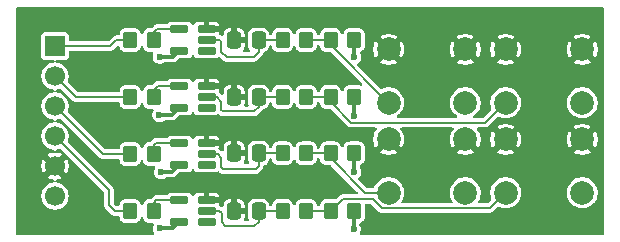
<source format=gbr>
%TF.GenerationSoftware,KiCad,Pcbnew,9.0.6-9.0.6~ubuntu24.04.1*%
%TF.CreationDate,2026-01-17T19:09:57-03:00*%
%TF.ProjectId,cotti_buttons,636f7474-695f-4627-9574-746f6e732e6b,0.0*%
%TF.SameCoordinates,Original*%
%TF.FileFunction,Copper,L1,Top*%
%TF.FilePolarity,Positive*%
%FSLAX46Y46*%
G04 Gerber Fmt 4.6, Leading zero omitted, Abs format (unit mm)*
G04 Created by KiCad (PCBNEW 9.0.6-9.0.6~ubuntu24.04.1) date 2026-01-17 19:09:57*
%MOMM*%
%LPD*%
G01*
G04 APERTURE LIST*
G04 Aperture macros list*
%AMRoundRect*
0 Rectangle with rounded corners*
0 $1 Rounding radius*
0 $2 $3 $4 $5 $6 $7 $8 $9 X,Y pos of 4 corners*
0 Add a 4 corners polygon primitive as box body*
4,1,4,$2,$3,$4,$5,$6,$7,$8,$9,$2,$3,0*
0 Add four circle primitives for the rounded corners*
1,1,$1+$1,$2,$3*
1,1,$1+$1,$4,$5*
1,1,$1+$1,$6,$7*
1,1,$1+$1,$8,$9*
0 Add four rect primitives between the rounded corners*
20,1,$1+$1,$2,$3,$4,$5,0*
20,1,$1+$1,$4,$5,$6,$7,0*
20,1,$1+$1,$6,$7,$8,$9,0*
20,1,$1+$1,$8,$9,$2,$3,0*%
G04 Aperture macros list end*
%TA.AperFunction,ComponentPad*%
%ADD10C,2.000000*%
%TD*%
%TA.AperFunction,SMDPad,CuDef*%
%ADD11RoundRect,0.250000X-0.350000X-0.450000X0.350000X-0.450000X0.350000X0.450000X-0.350000X0.450000X0*%
%TD*%
%TA.AperFunction,SMDPad,CuDef*%
%ADD12RoundRect,0.150000X0.650000X0.150000X-0.650000X0.150000X-0.650000X-0.150000X0.650000X-0.150000X0*%
%TD*%
%TA.AperFunction,SMDPad,CuDef*%
%ADD13RoundRect,0.250000X0.350000X0.450000X-0.350000X0.450000X-0.350000X-0.450000X0.350000X-0.450000X0*%
%TD*%
%TA.AperFunction,SMDPad,CuDef*%
%ADD14RoundRect,0.250000X0.337500X0.475000X-0.337500X0.475000X-0.337500X-0.475000X0.337500X-0.475000X0*%
%TD*%
%TA.AperFunction,ComponentPad*%
%ADD15R,1.700000X1.700000*%
%TD*%
%TA.AperFunction,ComponentPad*%
%ADD16C,1.700000*%
%TD*%
%TA.AperFunction,ViaPad*%
%ADD17C,0.600000*%
%TD*%
%TA.AperFunction,Conductor*%
%ADD18C,0.200000*%
%TD*%
%TA.AperFunction,Conductor*%
%ADD19C,0.300000*%
%TD*%
G04 APERTURE END LIST*
D10*
%TO.P,SW1,1,1*%
%TO.N,GND*%
X159056000Y-105700000D03*
X165556000Y-105700000D03*
%TO.P,SW1,2,2*%
%TO.N,Net-(R5-Pad2)*%
X159056000Y-110200000D03*
X165556000Y-110200000D03*
%TD*%
D11*
%TO.P,R1,1*%
%TO.N,Net-(J1-IO1)*%
X137176000Y-104902000D03*
%TO.P,R1,2*%
%TO.N,/io1*%
X139176000Y-104902000D03*
%TD*%
%TO.P,R2,1*%
%TO.N,Net-(J1-IO2{slash}PWM)*%
X137176000Y-109728000D03*
%TO.P,R2,2*%
%TO.N,/io2*%
X139176000Y-109728000D03*
%TD*%
D10*
%TO.P,SW3,1,1*%
%TO.N,GND*%
X159056000Y-113320000D03*
X165556000Y-113320000D03*
%TO.P,SW3,2,2*%
%TO.N,Net-(R10-Pad1)*%
X159056000Y-117820000D03*
X165556000Y-117820000D03*
%TD*%
D12*
%TO.P,U3,1,NC*%
%TO.N,unconnected-(U3-NC-Pad1)*%
X143644000Y-115504000D03*
%TO.P,U3,2*%
%TO.N,Net-(C3-Pad1)*%
X143644000Y-114554000D03*
%TO.P,U3,3,GND*%
%TO.N,GND*%
X143644000Y-113604000D03*
%TO.P,U3,4*%
%TO.N,/io3*%
X141344000Y-113604000D03*
%TO.P,U3,5,VCC*%
%TO.N,VCC*%
X141344000Y-115504000D03*
%TD*%
%TO.P,U1,1,NC*%
%TO.N,unconnected-(U1-NC-Pad1)*%
X143644000Y-105852000D03*
%TO.P,U1,2*%
%TO.N,Net-(C1-Pad1)*%
X143644000Y-104902000D03*
%TO.P,U1,3,GND*%
%TO.N,GND*%
X143644000Y-103952000D03*
%TO.P,U1,4*%
%TO.N,/io1*%
X141344000Y-103952000D03*
%TO.P,U1,5,VCC*%
%TO.N,VCC*%
X141344000Y-105852000D03*
%TD*%
D13*
%TO.P,R12,1*%
%TO.N,Net-(R11-Pad2)*%
X152078000Y-119380000D03*
%TO.P,R12,2*%
%TO.N,Net-(C4-Pad1)*%
X150078000Y-119380000D03*
%TD*%
D11*
%TO.P,R3,1*%
%TO.N,Net-(J1-IO3)*%
X137176000Y-114554000D03*
%TO.P,R3,2*%
%TO.N,/io3*%
X139176000Y-114554000D03*
%TD*%
D13*
%TO.P,R5,1*%
%TO.N,VCC*%
X156142000Y-104902000D03*
%TO.P,R5,2*%
%TO.N,Net-(R5-Pad2)*%
X154142000Y-104902000D03*
%TD*%
%TO.P,R6,1*%
%TO.N,Net-(R5-Pad2)*%
X152078000Y-104902000D03*
%TO.P,R6,2*%
%TO.N,Net-(C1-Pad1)*%
X150078000Y-104902000D03*
%TD*%
D10*
%TO.P,SW2,1,1*%
%TO.N,GND*%
X168962000Y-105700000D03*
X175462000Y-105700000D03*
%TO.P,SW2,2,2*%
%TO.N,Net-(R7-Pad2)*%
X168962000Y-110200000D03*
X175462000Y-110200000D03*
%TD*%
D11*
%TO.P,R4,1*%
%TO.N,Net-(J1-IO4)*%
X137176000Y-119380000D03*
%TO.P,R4,2*%
%TO.N,/io4*%
X139176000Y-119380000D03*
%TD*%
D14*
%TO.P,C4,1*%
%TO.N,Net-(C4-Pad1)*%
X148051500Y-119380000D03*
%TO.P,C4,2*%
%TO.N,GND*%
X145976500Y-119380000D03*
%TD*%
D13*
%TO.P,R8,1*%
%TO.N,Net-(R7-Pad2)*%
X152078000Y-109728000D03*
%TO.P,R8,2*%
%TO.N,Net-(C2-Pad1)*%
X150078000Y-109728000D03*
%TD*%
D15*
%TO.P,J1,1,IO1*%
%TO.N,Net-(J1-IO1)*%
X130810000Y-105410000D03*
D16*
%TO.P,J1,2,IO2/PWM*%
%TO.N,Net-(J1-IO2{slash}PWM)*%
X130810000Y-107950000D03*
%TO.P,J1,3,IO3*%
%TO.N,Net-(J1-IO3)*%
X130810000Y-110490000D03*
%TO.P,J1,4,IO4*%
%TO.N,Net-(J1-IO4)*%
X130810000Y-113030000D03*
%TO.P,J1,5,GND*%
%TO.N,GND*%
X130810000Y-115570000D03*
%TO.P,J1,6,VCC*%
%TO.N,VCC*%
X130810000Y-118110000D03*
%TD*%
D14*
%TO.P,C1,1*%
%TO.N,Net-(C1-Pad1)*%
X148051500Y-104902000D03*
%TO.P,C1,2*%
%TO.N,GND*%
X145976500Y-104902000D03*
%TD*%
%TO.P,C3,1*%
%TO.N,Net-(C3-Pad1)*%
X148051500Y-114488000D03*
%TO.P,C3,2*%
%TO.N,GND*%
X145976500Y-114488000D03*
%TD*%
D13*
%TO.P,R11,1*%
%TO.N,VCC*%
X156142000Y-119380000D03*
%TO.P,R11,2*%
%TO.N,Net-(R11-Pad2)*%
X154142000Y-119380000D03*
%TD*%
D12*
%TO.P,U2,1,NC*%
%TO.N,unconnected-(U2-NC-Pad1)*%
X143644000Y-110678000D03*
%TO.P,U2,2*%
%TO.N,Net-(C2-Pad1)*%
X143644000Y-109728000D03*
%TO.P,U2,3,GND*%
%TO.N,GND*%
X143644000Y-108778000D03*
%TO.P,U2,4*%
%TO.N,/io2*%
X141344000Y-108778000D03*
%TO.P,U2,5,VCC*%
%TO.N,VCC*%
X141344000Y-110678000D03*
%TD*%
%TO.P,U4,1,NC*%
%TO.N,unconnected-(U4-NC-Pad1)*%
X143644000Y-120330000D03*
%TO.P,U4,2*%
%TO.N,Net-(C4-Pad1)*%
X143644000Y-119380000D03*
%TO.P,U4,3,GND*%
%TO.N,GND*%
X143644000Y-118430000D03*
%TO.P,U4,4*%
%TO.N,/io4*%
X141344000Y-118430000D03*
%TO.P,U4,5,VCC*%
%TO.N,VCC*%
X141344000Y-120330000D03*
%TD*%
D13*
%TO.P,R7,1*%
%TO.N,VCC*%
X156142000Y-109728000D03*
%TO.P,R7,2*%
%TO.N,Net-(R7-Pad2)*%
X154142000Y-109728000D03*
%TD*%
D10*
%TO.P,SW4,1,1*%
%TO.N,GND*%
X168962000Y-113320000D03*
X175462000Y-113320000D03*
%TO.P,SW4,2,2*%
%TO.N,Net-(R11-Pad2)*%
X168962000Y-117820000D03*
X175462000Y-117820000D03*
%TD*%
D13*
%TO.P,R9,1*%
%TO.N,VCC*%
X156142000Y-114488000D03*
%TO.P,R9,2*%
%TO.N,Net-(R10-Pad1)*%
X154142000Y-114488000D03*
%TD*%
%TO.P,R10,1*%
%TO.N,Net-(R10-Pad1)*%
X152078000Y-114488000D03*
%TO.P,R10,2*%
%TO.N,Net-(C3-Pad1)*%
X150078000Y-114488000D03*
%TD*%
D14*
%TO.P,C2,1*%
%TO.N,Net-(C2-Pad1)*%
X148051500Y-109728000D03*
%TO.P,C2,2*%
%TO.N,GND*%
X145976500Y-109728000D03*
%TD*%
D17*
%TO.N,GND*%
X145796000Y-103530400D03*
X145745200Y-118008400D03*
X145745200Y-113080800D03*
X145796000Y-108356400D03*
%TO.N,VCC*%
X156159200Y-111302800D03*
X156108400Y-120904000D03*
X139700000Y-106324400D03*
X139801600Y-116078000D03*
X139649200Y-111252000D03*
X156159200Y-116078000D03*
X156159200Y-106324400D03*
X139700000Y-120853200D03*
%TD*%
D18*
%TO.N,Net-(C1-Pad1)*%
X147624800Y-106324400D02*
X148051500Y-105897700D01*
X145338800Y-106324400D02*
X147624800Y-106324400D01*
X144907000Y-105029000D02*
X144907000Y-105892600D01*
X143592000Y-104902000D02*
X144780000Y-104902000D01*
X144780000Y-104902000D02*
X144907000Y-105029000D01*
X144907000Y-105892600D02*
X145338800Y-106324400D01*
X148051500Y-104902000D02*
X150078000Y-104902000D01*
X148051500Y-105897700D02*
X148051500Y-104902000D01*
%TO.N,Net-(C2-Pad1)*%
X144526000Y-109728000D02*
X144907000Y-110109000D01*
X147675600Y-110947200D02*
X148051500Y-110571300D01*
X144907000Y-110109000D02*
X144907000Y-110820200D01*
X144907000Y-110820200D02*
X145034000Y-110947200D01*
X148051500Y-109728000D02*
X150078000Y-109728000D01*
X145034000Y-110947200D02*
X147675600Y-110947200D01*
X143592000Y-109728000D02*
X144526000Y-109728000D01*
X148051500Y-110571300D02*
X148051500Y-109728000D01*
%TO.N,Net-(C3-Pad1)*%
X148051500Y-114488000D02*
X150078000Y-114488000D01*
X144875080Y-114852280D02*
X144875080Y-115665080D01*
X147828000Y-115824000D02*
X148051500Y-115600500D01*
X145034000Y-115824000D02*
X147828000Y-115824000D01*
X148051500Y-115600500D02*
X148051500Y-114488000D01*
X144576800Y-114554000D02*
X144875080Y-114852280D01*
X144875080Y-115665080D02*
X145034000Y-115824000D01*
X143592000Y-114554000D02*
X144576800Y-114554000D01*
%TO.N,Net-(C4-Pad1)*%
X143592000Y-119380000D02*
X144729200Y-119380000D01*
X147675600Y-120650000D02*
X148051500Y-120274100D01*
X144729200Y-119380000D02*
X144932400Y-119583200D01*
X148051500Y-120274100D02*
X148051500Y-119380000D01*
X145237200Y-120650000D02*
X147675600Y-120650000D01*
X144932400Y-119583200D02*
X144932400Y-120345200D01*
X144932400Y-120345200D02*
X145237200Y-120650000D01*
X150078000Y-119380000D02*
X148051500Y-119380000D01*
%TO.N,Net-(J1-IO4)*%
X130810000Y-113030000D02*
X135382000Y-117602000D01*
X135890000Y-119380000D02*
X137176000Y-119380000D01*
X135382000Y-117602000D02*
X135382000Y-118872000D01*
X135382000Y-118872000D02*
X135890000Y-119380000D01*
%TO.N,Net-(J1-IO3)*%
X134874000Y-114554000D02*
X137176000Y-114554000D01*
X130810000Y-110490000D02*
X134874000Y-114554000D01*
%TO.N,Net-(J1-IO2{slash}PWM)*%
X130810000Y-107950000D02*
X132588000Y-109728000D01*
X132588000Y-109728000D02*
X137176000Y-109728000D01*
%TO.N,Net-(J1-IO1)*%
X136017000Y-104902000D02*
X137176000Y-104902000D01*
X135509000Y-105410000D02*
X136017000Y-104902000D01*
X130810000Y-105410000D02*
X135509000Y-105410000D01*
D19*
%TO.N,VCC*%
X156108400Y-120904000D02*
X156108400Y-119413600D01*
X156159200Y-106324400D02*
X156159200Y-104919200D01*
X139801600Y-116078000D02*
X140718000Y-116078000D01*
X156159200Y-104919200D02*
X156142000Y-104902000D01*
X139700000Y-106324400D02*
X140819600Y-106324400D01*
X156159200Y-116078000D02*
X156159200Y-114505200D01*
X139649200Y-111252000D02*
X140718000Y-111252000D01*
X140718000Y-111252000D02*
X141292000Y-110678000D01*
X156159200Y-109745200D02*
X156142000Y-109728000D01*
X156159200Y-114505200D02*
X156142000Y-114488000D01*
X140768800Y-120853200D02*
X141292000Y-120330000D01*
X156108400Y-119413600D02*
X156142000Y-119380000D01*
X140819600Y-106324400D02*
X141292000Y-105852000D01*
X140718000Y-116078000D02*
X141292000Y-115504000D01*
X139700000Y-120853200D02*
X140768800Y-120853200D01*
X156159200Y-111302800D02*
X156159200Y-109745200D01*
D18*
%TO.N,Net-(R5-Pad2)*%
X154142000Y-104902000D02*
X154142000Y-105338000D01*
X152078000Y-104902000D02*
X154142000Y-104902000D01*
X154142000Y-105338000D02*
X159004000Y-110200000D01*
%TO.N,Net-(R7-Pad2)*%
X155910257Y-111903800D02*
X167206200Y-111903800D01*
X154142000Y-109728000D02*
X154142000Y-110135543D01*
X152078000Y-109728000D02*
X154142000Y-109728000D01*
X167206200Y-111903800D02*
X168910000Y-110200000D01*
X154142000Y-110135543D02*
X155910257Y-111903800D01*
%TO.N,Net-(R10-Pad1)*%
X157051257Y-117820000D02*
X159004000Y-117820000D01*
X152078000Y-114488000D02*
X154142000Y-114488000D01*
X154142000Y-114488000D02*
X154142000Y-114910743D01*
X154142000Y-114910743D02*
X157051257Y-117820000D01*
%TO.N,Net-(R11-Pad2)*%
X167609000Y-119121000D02*
X168910000Y-117820000D01*
X158465108Y-119121000D02*
X167609000Y-119121000D01*
X154142000Y-119380000D02*
X155163108Y-118358892D01*
X152078000Y-119380000D02*
X154142000Y-119380000D01*
X157703000Y-118358892D02*
X158465108Y-119121000D01*
X155163108Y-118358892D02*
X157703000Y-118358892D01*
%TO.N,/io4*%
X139176000Y-118659400D02*
X139405400Y-118430000D01*
X139176000Y-119380000D02*
X139176000Y-118659400D01*
X139405400Y-118430000D02*
X141292000Y-118430000D01*
%TO.N,/io3*%
X139380000Y-113604000D02*
X141292000Y-113604000D01*
X139176000Y-113808000D02*
X139380000Y-113604000D01*
X139176000Y-114554000D02*
X139176000Y-113808000D01*
%TO.N,/io2*%
X139557800Y-108778000D02*
X141292000Y-108778000D01*
X139176000Y-109159800D02*
X139557800Y-108778000D01*
X139176000Y-109728000D02*
X139176000Y-109159800D01*
%TO.N,/io1*%
X139176000Y-104902000D02*
X139176000Y-104257600D01*
X139176000Y-104257600D02*
X139481600Y-103952000D01*
X139481600Y-103952000D02*
X141292000Y-103952000D01*
%TD*%
%TA.AperFunction,Conductor*%
%TO.N,GND*%
G36*
X177235039Y-102127685D02*
G01*
X177280794Y-102180489D01*
X177292000Y-102232000D01*
X177292000Y-121288000D01*
X177272315Y-121355039D01*
X177219511Y-121400794D01*
X177168000Y-121412000D01*
X156723278Y-121412000D01*
X156656239Y-121392315D01*
X156610484Y-121339511D01*
X156600540Y-121270353D01*
X156615891Y-121226000D01*
X156630718Y-121200319D01*
X156667977Y-121135784D01*
X156708900Y-120983057D01*
X156708900Y-120824943D01*
X156667977Y-120672216D01*
X156589483Y-120536260D01*
X156573011Y-120468360D01*
X156595864Y-120402334D01*
X156650785Y-120359143D01*
X156651027Y-120359046D01*
X156764342Y-120314361D01*
X156884922Y-120222922D01*
X156976361Y-120102342D01*
X157031877Y-119961564D01*
X157042500Y-119873102D01*
X157042500Y-118886898D01*
X157042500Y-118883392D01*
X157062185Y-118816353D01*
X157114989Y-118770598D01*
X157166500Y-118759392D01*
X157485745Y-118759392D01*
X157552784Y-118779077D01*
X157573426Y-118795711D01*
X158144627Y-119366912D01*
X158144628Y-119366913D01*
X158219195Y-119441480D01*
X158310521Y-119494207D01*
X158412381Y-119521500D01*
X158412383Y-119521500D01*
X167661725Y-119521500D01*
X167661727Y-119521500D01*
X167763588Y-119494207D01*
X167854913Y-119441480D01*
X168272145Y-119024246D01*
X168333466Y-118990763D01*
X168403157Y-118995747D01*
X168416120Y-119001445D01*
X168462774Y-119025217D01*
X168462777Y-119025217D01*
X168462781Y-119025220D01*
X168568346Y-119059520D01*
X168657465Y-119088477D01*
X168758557Y-119104488D01*
X168859648Y-119120500D01*
X168859649Y-119120500D01*
X169064351Y-119120500D01*
X169064352Y-119120500D01*
X169266534Y-119088477D01*
X169461219Y-119025220D01*
X169643610Y-118932287D01*
X169756615Y-118850185D01*
X169809213Y-118811971D01*
X169809215Y-118811968D01*
X169809219Y-118811966D01*
X169953966Y-118667219D01*
X169953968Y-118667215D01*
X169953971Y-118667213D01*
X170018167Y-118578853D01*
X170074287Y-118501610D01*
X170167220Y-118319219D01*
X170230477Y-118124534D01*
X170262500Y-117922352D01*
X170262500Y-117717648D01*
X174161500Y-117717648D01*
X174161500Y-117922351D01*
X174193522Y-118124534D01*
X174256781Y-118319223D01*
X174349715Y-118501613D01*
X174470028Y-118667213D01*
X174614786Y-118811971D01*
X174750398Y-118910497D01*
X174780390Y-118932287D01*
X174888865Y-118987558D01*
X174962776Y-119025218D01*
X174962778Y-119025218D01*
X174962781Y-119025220D01*
X175026403Y-119045892D01*
X175157465Y-119088477D01*
X175258557Y-119104488D01*
X175359648Y-119120500D01*
X175359649Y-119120500D01*
X175564351Y-119120500D01*
X175564352Y-119120500D01*
X175766534Y-119088477D01*
X175961219Y-119025220D01*
X176143610Y-118932287D01*
X176256615Y-118850185D01*
X176309213Y-118811971D01*
X176309215Y-118811968D01*
X176309219Y-118811966D01*
X176453966Y-118667219D01*
X176453968Y-118667215D01*
X176453971Y-118667213D01*
X176518167Y-118578853D01*
X176574287Y-118501610D01*
X176667220Y-118319219D01*
X176730477Y-118124534D01*
X176762500Y-117922352D01*
X176762500Y-117717648D01*
X176730477Y-117515466D01*
X176667220Y-117320781D01*
X176667218Y-117320778D01*
X176667218Y-117320776D01*
X176633503Y-117254607D01*
X176574287Y-117138390D01*
X176565288Y-117126004D01*
X176453971Y-116972786D01*
X176309213Y-116828028D01*
X176143613Y-116707715D01*
X176143612Y-116707714D01*
X176143610Y-116707713D01*
X176071068Y-116670751D01*
X175961223Y-116614781D01*
X175766534Y-116551522D01*
X175591995Y-116523878D01*
X175564352Y-116519500D01*
X175359648Y-116519500D01*
X175335329Y-116523351D01*
X175157465Y-116551522D01*
X174962776Y-116614781D01*
X174780386Y-116707715D01*
X174614786Y-116828028D01*
X174470028Y-116972786D01*
X174349715Y-117138386D01*
X174256781Y-117320776D01*
X174193522Y-117515465D01*
X174161500Y-117717648D01*
X170262500Y-117717648D01*
X170230477Y-117515466D01*
X170167220Y-117320781D01*
X170167218Y-117320778D01*
X170167218Y-117320776D01*
X170133503Y-117254607D01*
X170074287Y-117138390D01*
X170065288Y-117126004D01*
X169953971Y-116972786D01*
X169809213Y-116828028D01*
X169643613Y-116707715D01*
X169643612Y-116707714D01*
X169643610Y-116707713D01*
X169571068Y-116670751D01*
X169461223Y-116614781D01*
X169266534Y-116551522D01*
X169091995Y-116523878D01*
X169064352Y-116519500D01*
X168859648Y-116519500D01*
X168835329Y-116523351D01*
X168657465Y-116551522D01*
X168462776Y-116614781D01*
X168280386Y-116707715D01*
X168114786Y-116828028D01*
X167970028Y-116972786D01*
X167849715Y-117138386D01*
X167756781Y-117320776D01*
X167693522Y-117515465D01*
X167669306Y-117668361D01*
X167661500Y-117717648D01*
X167661500Y-117922352D01*
X167667123Y-117957851D01*
X167693523Y-118124535D01*
X167693523Y-118124538D01*
X167754783Y-118313073D01*
X167756778Y-118382914D01*
X167724533Y-118439072D01*
X167479424Y-118684182D01*
X167418104Y-118717666D01*
X167391745Y-118720500D01*
X166752618Y-118720500D01*
X166685579Y-118700815D01*
X166639824Y-118648011D01*
X166629880Y-118578853D01*
X166652300Y-118523614D01*
X166660422Y-118512435D01*
X166668287Y-118501610D01*
X166761220Y-118319219D01*
X166824477Y-118124534D01*
X166856500Y-117922352D01*
X166856500Y-117717648D01*
X166824477Y-117515466D01*
X166761220Y-117320781D01*
X166761218Y-117320778D01*
X166761218Y-117320776D01*
X166727503Y-117254607D01*
X166668287Y-117138390D01*
X166659288Y-117126004D01*
X166547971Y-116972786D01*
X166403213Y-116828028D01*
X166237613Y-116707715D01*
X166237612Y-116707714D01*
X166237610Y-116707713D01*
X166165068Y-116670751D01*
X166055223Y-116614781D01*
X165860534Y-116551522D01*
X165685995Y-116523878D01*
X165658352Y-116519500D01*
X165453648Y-116519500D01*
X165429329Y-116523351D01*
X165251465Y-116551522D01*
X165056776Y-116614781D01*
X164874386Y-116707715D01*
X164708786Y-116828028D01*
X164564028Y-116972786D01*
X164443715Y-117138386D01*
X164350781Y-117320776D01*
X164287522Y-117515465D01*
X164255500Y-117717648D01*
X164255500Y-117922351D01*
X164287522Y-118124534D01*
X164350781Y-118319223D01*
X164411848Y-118439072D01*
X164443713Y-118501610D01*
X164451318Y-118512078D01*
X164459700Y-118523614D01*
X164483180Y-118589421D01*
X164467355Y-118657475D01*
X164417249Y-118706169D01*
X164359382Y-118720500D01*
X160252618Y-118720500D01*
X160185579Y-118700815D01*
X160139824Y-118648011D01*
X160129880Y-118578853D01*
X160152300Y-118523614D01*
X160160422Y-118512435D01*
X160168287Y-118501610D01*
X160261220Y-118319219D01*
X160324477Y-118124534D01*
X160356500Y-117922352D01*
X160356500Y-117717648D01*
X160324477Y-117515466D01*
X160261220Y-117320781D01*
X160261218Y-117320778D01*
X160261218Y-117320776D01*
X160227503Y-117254607D01*
X160168287Y-117138390D01*
X160159288Y-117126004D01*
X160047971Y-116972786D01*
X159903213Y-116828028D01*
X159737613Y-116707715D01*
X159737612Y-116707714D01*
X159737610Y-116707713D01*
X159665068Y-116670751D01*
X159555223Y-116614781D01*
X159360534Y-116551522D01*
X159185995Y-116523878D01*
X159158352Y-116519500D01*
X158953648Y-116519500D01*
X158929329Y-116523351D01*
X158751465Y-116551522D01*
X158556776Y-116614781D01*
X158374386Y-116707715D01*
X158208786Y-116828028D01*
X158064028Y-116972786D01*
X157943715Y-117138386D01*
X157850779Y-117320780D01*
X157846543Y-117333820D01*
X157807105Y-117391495D01*
X157742746Y-117418692D01*
X157728613Y-117419500D01*
X157268511Y-117419500D01*
X157201472Y-117399815D01*
X157180830Y-117383181D01*
X156529723Y-116732074D01*
X156496238Y-116670751D01*
X156501222Y-116601059D01*
X156529719Y-116556716D01*
X156639720Y-116446716D01*
X156718777Y-116309784D01*
X156759700Y-116157057D01*
X156759700Y-115998943D01*
X156718777Y-115846216D01*
X156708320Y-115828104D01*
X156639724Y-115709290D01*
X156639721Y-115709287D01*
X156639720Y-115709284D01*
X156639717Y-115709281D01*
X156635325Y-115703557D01*
X156627081Y-115682234D01*
X156614723Y-115663004D01*
X156611807Y-115642727D01*
X156610130Y-115638388D01*
X156609700Y-115628069D01*
X156609700Y-115567738D01*
X156629385Y-115500699D01*
X156682189Y-115454944D01*
X156688199Y-115452388D01*
X156764342Y-115422361D01*
X156884922Y-115330922D01*
X156976361Y-115210342D01*
X157031877Y-115069564D01*
X157042500Y-114981102D01*
X157042500Y-113994898D01*
X157031877Y-113906436D01*
X156976361Y-113765658D01*
X156976360Y-113765657D01*
X156976360Y-113765656D01*
X156884922Y-113645077D01*
X156764343Y-113553639D01*
X156654138Y-113510180D01*
X156623564Y-113498123D01*
X156623563Y-113498122D01*
X156623561Y-113498122D01*
X156577926Y-113492642D01*
X156535102Y-113487500D01*
X155748898Y-113487500D01*
X155709853Y-113492188D01*
X155660438Y-113498122D01*
X155519656Y-113553639D01*
X155399077Y-113645077D01*
X155307639Y-113765656D01*
X155281612Y-113831658D01*
X155257353Y-113893171D01*
X155214449Y-113948314D01*
X155148541Y-113971507D01*
X155080556Y-113955386D01*
X155032080Y-113905070D01*
X155026648Y-113893178D01*
X154976361Y-113765658D01*
X154976360Y-113765657D01*
X154976360Y-113765656D01*
X154884922Y-113645077D01*
X154764343Y-113553639D01*
X154654138Y-113510180D01*
X154623564Y-113498123D01*
X154623563Y-113498122D01*
X154623561Y-113498122D01*
X154577926Y-113492642D01*
X154535102Y-113487500D01*
X153748898Y-113487500D01*
X153709853Y-113492188D01*
X153660438Y-113498122D01*
X153519656Y-113553639D01*
X153399077Y-113645077D01*
X153307639Y-113765656D01*
X153252122Y-113906438D01*
X153247865Y-113941888D01*
X153243494Y-113978285D01*
X153242904Y-113979662D01*
X153243118Y-113981147D01*
X153229181Y-114011663D01*
X153215959Y-114042498D01*
X153214716Y-114043338D01*
X153214093Y-114044703D01*
X153185869Y-114062841D01*
X153158077Y-114081631D01*
X153156169Y-114081928D01*
X153155315Y-114082477D01*
X153120380Y-114087500D01*
X153099620Y-114087500D01*
X153032581Y-114067815D01*
X152986826Y-114015011D01*
X152976505Y-113978287D01*
X152967877Y-113906436D01*
X152912361Y-113765658D01*
X152912360Y-113765657D01*
X152912360Y-113765656D01*
X152820922Y-113645077D01*
X152700343Y-113553639D01*
X152590138Y-113510180D01*
X152559564Y-113498123D01*
X152559563Y-113498122D01*
X152559561Y-113498122D01*
X152513926Y-113492642D01*
X152471102Y-113487500D01*
X151684898Y-113487500D01*
X151645853Y-113492188D01*
X151596438Y-113498122D01*
X151455656Y-113553639D01*
X151335077Y-113645077D01*
X151243639Y-113765656D01*
X151217612Y-113831658D01*
X151193353Y-113893171D01*
X151150449Y-113948314D01*
X151084541Y-113971507D01*
X151016556Y-113955386D01*
X150968080Y-113905070D01*
X150962648Y-113893178D01*
X150912361Y-113765658D01*
X150912360Y-113765657D01*
X150912360Y-113765656D01*
X150820922Y-113645077D01*
X150700343Y-113553639D01*
X150590138Y-113510180D01*
X150559564Y-113498123D01*
X150559563Y-113498122D01*
X150559561Y-113498122D01*
X150513926Y-113492642D01*
X150471102Y-113487500D01*
X149684898Y-113487500D01*
X149645853Y-113492188D01*
X149596438Y-113498122D01*
X149455656Y-113553639D01*
X149335077Y-113645077D01*
X149243639Y-113765656D01*
X149188121Y-113906441D01*
X149183115Y-113948128D01*
X149155577Y-114012342D01*
X149097694Y-114051474D01*
X149027843Y-114053100D01*
X148968202Y-114016704D01*
X148937706Y-113953840D01*
X148936891Y-113948177D01*
X148928877Y-113881436D01*
X148873361Y-113740658D01*
X148873360Y-113740657D01*
X148873360Y-113740656D01*
X148781922Y-113620077D01*
X148661343Y-113528639D01*
X148557021Y-113487500D01*
X148520564Y-113473123D01*
X148520563Y-113473122D01*
X148520561Y-113473122D01*
X148474926Y-113467642D01*
X148432102Y-113462500D01*
X147670898Y-113462500D01*
X147631853Y-113467188D01*
X147582438Y-113473122D01*
X147441656Y-113528639D01*
X147321077Y-113620077D01*
X147229639Y-113740656D01*
X147174122Y-113881438D01*
X147170986Y-113907558D01*
X147163500Y-113969898D01*
X147163500Y-115006102D01*
X147166115Y-115027875D01*
X147174122Y-115094561D01*
X147174122Y-115094563D01*
X147174123Y-115094564D01*
X147222187Y-115216446D01*
X147229640Y-115235344D01*
X147231540Y-115238723D01*
X147232339Y-115242189D01*
X147232751Y-115243233D01*
X147232594Y-115243294D01*
X147232743Y-115243942D01*
X147236250Y-115247989D01*
X147240511Y-115277623D01*
X147247241Y-115306806D01*
X147245431Y-115311846D01*
X147246194Y-115317147D01*
X147233753Y-115344386D01*
X147223640Y-115372569D01*
X147219394Y-115375830D01*
X147217169Y-115380703D01*
X147191973Y-115396895D01*
X147168232Y-115415133D01*
X147161693Y-115416354D01*
X147158391Y-115418477D01*
X147123456Y-115423500D01*
X146903965Y-115423500D01*
X146836926Y-115403815D01*
X146791171Y-115351011D01*
X146781227Y-115281853D01*
X146795879Y-115238727D01*
X146797918Y-115235099D01*
X146853386Y-115094443D01*
X146864000Y-115006053D01*
X146864000Y-114738000D01*
X146100500Y-114738000D01*
X146033461Y-114718315D01*
X145987706Y-114665511D01*
X145976500Y-114614000D01*
X145976500Y-114488000D01*
X145850500Y-114488000D01*
X145783461Y-114468315D01*
X145737706Y-114415511D01*
X145726500Y-114364000D01*
X145726500Y-114238000D01*
X146226500Y-114238000D01*
X146864000Y-114238000D01*
X146864000Y-113969946D01*
X146853386Y-113881556D01*
X146797920Y-113740904D01*
X146706564Y-113620435D01*
X146586095Y-113529079D01*
X146445443Y-113473613D01*
X146357054Y-113463000D01*
X146226500Y-113463000D01*
X146226500Y-114238000D01*
X145726500Y-114238000D01*
X145726500Y-113463000D01*
X145595946Y-113463000D01*
X145507556Y-113473613D01*
X145366904Y-113529079D01*
X145246435Y-113620435D01*
X145155079Y-113740904D01*
X145099613Y-113881556D01*
X145089000Y-113969946D01*
X145089000Y-114200445D01*
X145069315Y-114267484D01*
X145016511Y-114313239D01*
X144947353Y-114323183D01*
X144892638Y-114301142D01*
X144884453Y-114295260D01*
X144822713Y-114233520D01*
X144731388Y-114180793D01*
X144721462Y-114178133D01*
X144705040Y-114166332D01*
X144692023Y-114149631D01*
X144675542Y-114136349D01*
X144670976Y-114122630D01*
X144662087Y-114111225D01*
X144660165Y-114090140D01*
X144653481Y-114070054D01*
X144657057Y-114056044D01*
X144655745Y-114041643D01*
X144665527Y-114022867D01*
X144670764Y-114002355D01*
X144677633Y-113992000D01*
X144696346Y-113966645D01*
X144735762Y-113854000D01*
X143768000Y-113854000D01*
X143700961Y-113834315D01*
X143655206Y-113781511D01*
X143644000Y-113730000D01*
X143644000Y-113604000D01*
X143518000Y-113604000D01*
X143450961Y-113584315D01*
X143405206Y-113531511D01*
X143394000Y-113480000D01*
X143394000Y-113354000D01*
X143894000Y-113354000D01*
X144735761Y-113354000D01*
X144696346Y-113241354D01*
X144615792Y-113132207D01*
X144506645Y-113051653D01*
X144378602Y-113006850D01*
X144348207Y-113004000D01*
X143894000Y-113004000D01*
X143894000Y-113354000D01*
X143394000Y-113354000D01*
X143394000Y-113004000D01*
X142939803Y-113004000D01*
X142909393Y-113006851D01*
X142781354Y-113051653D01*
X142672207Y-113132207D01*
X142594080Y-113238066D01*
X142538432Y-113280317D01*
X142468776Y-113285775D01*
X142407227Y-113252707D01*
X142394540Y-113238065D01*
X142316151Y-113131851D01*
X142300833Y-113120546D01*
X142206882Y-113051207D01*
X142206880Y-113051206D01*
X142078700Y-113006353D01*
X142048270Y-113003500D01*
X142048266Y-113003500D01*
X140639734Y-113003500D01*
X140639730Y-113003500D01*
X140609300Y-113006353D01*
X140609298Y-113006353D01*
X140481119Y-113051206D01*
X140481117Y-113051207D01*
X140371850Y-113131850D01*
X140356142Y-113153134D01*
X140300494Y-113195385D01*
X140256372Y-113203500D01*
X139440339Y-113203500D01*
X139440323Y-113203499D01*
X139432727Y-113203499D01*
X139327273Y-113203499D01*
X139274343Y-113217682D01*
X139225412Y-113230793D01*
X139172685Y-113261235D01*
X139134087Y-113283520D01*
X139066589Y-113351018D01*
X139066588Y-113351017D01*
X139066586Y-113351019D01*
X139066587Y-113351020D01*
X139059520Y-113358087D01*
X139059518Y-113358088D01*
X138900424Y-113517182D01*
X138839103Y-113550666D01*
X138812745Y-113553500D01*
X138782898Y-113553500D01*
X138743853Y-113558188D01*
X138694438Y-113564122D01*
X138553656Y-113619639D01*
X138433077Y-113711077D01*
X138341639Y-113831656D01*
X138317382Y-113893170D01*
X138291353Y-113959171D01*
X138248449Y-114014314D01*
X138182541Y-114037507D01*
X138114556Y-114021386D01*
X138066080Y-113971070D01*
X138060648Y-113959178D01*
X138010361Y-113831658D01*
X138010360Y-113831657D01*
X138010360Y-113831656D01*
X137918922Y-113711077D01*
X137798343Y-113619639D01*
X137702192Y-113581722D01*
X137657564Y-113564123D01*
X137657563Y-113564122D01*
X137657561Y-113564122D01*
X137611926Y-113558642D01*
X137569102Y-113553500D01*
X136782898Y-113553500D01*
X136743853Y-113558188D01*
X136694438Y-113564122D01*
X136553656Y-113619639D01*
X136433077Y-113711077D01*
X136341639Y-113831656D01*
X136286122Y-113972438D01*
X136283425Y-113994903D01*
X136277494Y-114044285D01*
X136249959Y-114108498D01*
X136192077Y-114147631D01*
X136154380Y-114153500D01*
X135091255Y-114153500D01*
X135024216Y-114133815D01*
X135003574Y-114117181D01*
X131915674Y-111029281D01*
X131882189Y-110967958D01*
X131885423Y-110903284D01*
X131932171Y-110759409D01*
X131935134Y-110740699D01*
X131960500Y-110580551D01*
X131960500Y-110399448D01*
X131938754Y-110262154D01*
X131932171Y-110220591D01*
X131901179Y-110125206D01*
X131876212Y-110048363D01*
X131876211Y-110048360D01*
X131840360Y-109978000D01*
X131793996Y-109887006D01*
X131770016Y-109854000D01*
X131698635Y-109755751D01*
X131698631Y-109755747D01*
X131687553Y-109740499D01*
X131559501Y-109612447D01*
X131544252Y-109601368D01*
X131544249Y-109601365D01*
X131412993Y-109506003D01*
X131251639Y-109423788D01*
X131251636Y-109423787D01*
X131079410Y-109367829D01*
X130919321Y-109342473D01*
X130856186Y-109312544D01*
X130819255Y-109253232D01*
X130820253Y-109183370D01*
X130858863Y-109125137D01*
X130919321Y-109097527D01*
X131079409Y-109072171D01*
X131130182Y-109055674D01*
X131223284Y-109025423D01*
X131293123Y-109023429D01*
X131349281Y-109055674D01*
X131785892Y-109492284D01*
X132263179Y-109969571D01*
X132263189Y-109969582D01*
X132342088Y-110048481D01*
X132355585Y-110056273D01*
X132401559Y-110082816D01*
X132401560Y-110082817D01*
X132433407Y-110101204D01*
X132433410Y-110101206D01*
X132433412Y-110101206D01*
X132433413Y-110101207D01*
X132535273Y-110128501D01*
X132535275Y-110128501D01*
X132648323Y-110128501D01*
X132648339Y-110128500D01*
X136154380Y-110128500D01*
X136221419Y-110148185D01*
X136267174Y-110200989D01*
X136277494Y-110237712D01*
X136281094Y-110267685D01*
X136286122Y-110309561D01*
X136341639Y-110450343D01*
X136433077Y-110570922D01*
X136553656Y-110662360D01*
X136553657Y-110662360D01*
X136553658Y-110662361D01*
X136694436Y-110717877D01*
X136782898Y-110728500D01*
X136782903Y-110728500D01*
X137569097Y-110728500D01*
X137569102Y-110728500D01*
X137657564Y-110717877D01*
X137798342Y-110662361D01*
X137918922Y-110570922D01*
X138010361Y-110450342D01*
X138060646Y-110322826D01*
X138103551Y-110267685D01*
X138169459Y-110244492D01*
X138237443Y-110260612D01*
X138285920Y-110310929D01*
X138291348Y-110322814D01*
X138321569Y-110399448D01*
X138341639Y-110450343D01*
X138433077Y-110570922D01*
X138553656Y-110662360D01*
X138553657Y-110662360D01*
X138553658Y-110662361D01*
X138694436Y-110717877D01*
X138782898Y-110728500D01*
X139043270Y-110728500D01*
X139110309Y-110748185D01*
X139156064Y-110800989D01*
X139166008Y-110870147D01*
X139150658Y-110914499D01*
X139089623Y-111020215D01*
X139089623Y-111020216D01*
X139048700Y-111172943D01*
X139048700Y-111331057D01*
X139087001Y-111473996D01*
X139089623Y-111483783D01*
X139089626Y-111483790D01*
X139168675Y-111620709D01*
X139168679Y-111620714D01*
X139168680Y-111620716D01*
X139280484Y-111732520D01*
X139280486Y-111732521D01*
X139280490Y-111732524D01*
X139417409Y-111811573D01*
X139417416Y-111811577D01*
X139570143Y-111852500D01*
X139570145Y-111852500D01*
X139728255Y-111852500D01*
X139728257Y-111852500D01*
X139880984Y-111811577D01*
X140017916Y-111732520D01*
X140017921Y-111732514D01*
X140023643Y-111728125D01*
X140088812Y-111702930D01*
X140099131Y-111702500D01*
X140777308Y-111702500D01*
X140777309Y-111702500D01*
X140867673Y-111678286D01*
X140891887Y-111671799D01*
X140994614Y-111612489D01*
X141292285Y-111314819D01*
X141353608Y-111281334D01*
X141379966Y-111278500D01*
X142048270Y-111278500D01*
X142078699Y-111275646D01*
X142078701Y-111275646D01*
X142142790Y-111253219D01*
X142206882Y-111230793D01*
X142316150Y-111150150D01*
X142394230Y-111044355D01*
X142449877Y-111002104D01*
X142519533Y-110996645D01*
X142581083Y-111029712D01*
X142593770Y-111044355D01*
X142671848Y-111150148D01*
X142671849Y-111150148D01*
X142671850Y-111150150D01*
X142781118Y-111230793D01*
X142823845Y-111245744D01*
X142909299Y-111275646D01*
X142939730Y-111278500D01*
X142939734Y-111278500D01*
X144348270Y-111278500D01*
X144378699Y-111275646D01*
X144378701Y-111275646D01*
X144442790Y-111253219D01*
X144506882Y-111230793D01*
X144561596Y-111190412D01*
X144627223Y-111166442D01*
X144695393Y-111181757D01*
X144722909Y-111202502D01*
X144788087Y-111267680D01*
X144879412Y-111320407D01*
X144981273Y-111347700D01*
X144981275Y-111347700D01*
X147728325Y-111347700D01*
X147728327Y-111347700D01*
X147830188Y-111320407D01*
X147921513Y-111267680D01*
X148371980Y-110817213D01*
X148376011Y-110810231D01*
X148426574Y-110762016D01*
X148468609Y-110749115D01*
X148520564Y-110742877D01*
X148661342Y-110687361D01*
X148781922Y-110595922D01*
X148873361Y-110475342D01*
X148928877Y-110334564D01*
X148936885Y-110267870D01*
X148964420Y-110203660D01*
X149022302Y-110164526D01*
X149092153Y-110162898D01*
X149151795Y-110199292D01*
X149182293Y-110262154D01*
X149183115Y-110267871D01*
X149188121Y-110309558D01*
X149188122Y-110309562D01*
X149188123Y-110309564D01*
X149207757Y-110359353D01*
X149243639Y-110450343D01*
X149335077Y-110570922D01*
X149455656Y-110662360D01*
X149455657Y-110662360D01*
X149455658Y-110662361D01*
X149596436Y-110717877D01*
X149684898Y-110728500D01*
X149684903Y-110728500D01*
X150471097Y-110728500D01*
X150471102Y-110728500D01*
X150559564Y-110717877D01*
X150700342Y-110662361D01*
X150820922Y-110570922D01*
X150912361Y-110450342D01*
X150962646Y-110322826D01*
X151005551Y-110267685D01*
X151071459Y-110244492D01*
X151139443Y-110260612D01*
X151187920Y-110310929D01*
X151193348Y-110322814D01*
X151223569Y-110399448D01*
X151243639Y-110450343D01*
X151335077Y-110570922D01*
X151455656Y-110662360D01*
X151455657Y-110662360D01*
X151455658Y-110662361D01*
X151596436Y-110717877D01*
X151684898Y-110728500D01*
X151684903Y-110728500D01*
X152471097Y-110728500D01*
X152471102Y-110728500D01*
X152559564Y-110717877D01*
X152700342Y-110662361D01*
X152820922Y-110570922D01*
X152912361Y-110450342D01*
X152967877Y-110309564D01*
X152976505Y-110237714D01*
X152977095Y-110236337D01*
X152976882Y-110234853D01*
X152990818Y-110204336D01*
X153004041Y-110173502D01*
X153005283Y-110172661D01*
X153005907Y-110171297D01*
X153034130Y-110153158D01*
X153061923Y-110134369D01*
X153063830Y-110134071D01*
X153064685Y-110133523D01*
X153099620Y-110128500D01*
X153120380Y-110128500D01*
X153187419Y-110148185D01*
X153233174Y-110200989D01*
X153243494Y-110237712D01*
X153247094Y-110267685D01*
X153252122Y-110309561D01*
X153307639Y-110450343D01*
X153399077Y-110570922D01*
X153519656Y-110662360D01*
X153519657Y-110662360D01*
X153519658Y-110662361D01*
X153660436Y-110717877D01*
X153748898Y-110728500D01*
X154117202Y-110728500D01*
X154184241Y-110748185D01*
X154204883Y-110764819D01*
X155664344Y-112224280D01*
X155755669Y-112277007D01*
X155857530Y-112304300D01*
X155857532Y-112304300D01*
X157943697Y-112304300D01*
X158010736Y-112323985D01*
X158056491Y-112376789D01*
X158066435Y-112445947D01*
X158044015Y-112501186D01*
X157944140Y-112638650D01*
X157851244Y-112820968D01*
X157788009Y-113015582D01*
X157756000Y-113217682D01*
X157756000Y-113422317D01*
X157788009Y-113624417D01*
X157851244Y-113819031D01*
X157944141Y-114001350D01*
X157944147Y-114001359D01*
X157976523Y-114045921D01*
X157976524Y-114045922D01*
X158532212Y-113490233D01*
X158543482Y-113532292D01*
X158615890Y-113657708D01*
X158718292Y-113760110D01*
X158843708Y-113832518D01*
X158885765Y-113843787D01*
X158330076Y-114399474D01*
X158374650Y-114431859D01*
X158556968Y-114524755D01*
X158751582Y-114587990D01*
X158953683Y-114620000D01*
X159158317Y-114620000D01*
X159360417Y-114587990D01*
X159555031Y-114524755D01*
X159737349Y-114431859D01*
X159781921Y-114399474D01*
X159226234Y-113843787D01*
X159268292Y-113832518D01*
X159393708Y-113760110D01*
X159496110Y-113657708D01*
X159568518Y-113532292D01*
X159579787Y-113490234D01*
X160135474Y-114045921D01*
X160167859Y-114001349D01*
X160260755Y-113819031D01*
X160323990Y-113624417D01*
X160356000Y-113422317D01*
X160356000Y-113217682D01*
X160323990Y-113015582D01*
X160260755Y-112820968D01*
X160167859Y-112638650D01*
X160067985Y-112501186D01*
X160044505Y-112435379D01*
X160060330Y-112367326D01*
X160110436Y-112318631D01*
X160168303Y-112304300D01*
X164443697Y-112304300D01*
X164510736Y-112323985D01*
X164556491Y-112376789D01*
X164566435Y-112445947D01*
X164544015Y-112501186D01*
X164444140Y-112638650D01*
X164351244Y-112820968D01*
X164288009Y-113015582D01*
X164256000Y-113217682D01*
X164256000Y-113422317D01*
X164288009Y-113624417D01*
X164351244Y-113819031D01*
X164444141Y-114001350D01*
X164444147Y-114001359D01*
X164476523Y-114045921D01*
X164476524Y-114045922D01*
X165032212Y-113490233D01*
X165043482Y-113532292D01*
X165115890Y-113657708D01*
X165218292Y-113760110D01*
X165343708Y-113832518D01*
X165385765Y-113843787D01*
X164830076Y-114399474D01*
X164874650Y-114431859D01*
X165056968Y-114524755D01*
X165251582Y-114587990D01*
X165453683Y-114620000D01*
X165658317Y-114620000D01*
X165860417Y-114587990D01*
X166055031Y-114524755D01*
X166237349Y-114431859D01*
X166281922Y-114399474D01*
X165726234Y-113843787D01*
X165768292Y-113832518D01*
X165893708Y-113760110D01*
X165996110Y-113657708D01*
X166068518Y-113532292D01*
X166079787Y-113490234D01*
X166635474Y-114045921D01*
X166667859Y-114001349D01*
X166760755Y-113819031D01*
X166823990Y-113624417D01*
X166856000Y-113422317D01*
X166856000Y-113217682D01*
X167662000Y-113217682D01*
X167662000Y-113422317D01*
X167694009Y-113624417D01*
X167757244Y-113819031D01*
X167850141Y-114001350D01*
X167850147Y-114001359D01*
X167882523Y-114045921D01*
X167882524Y-114045922D01*
X168438212Y-113490234D01*
X168449482Y-113532292D01*
X168521890Y-113657708D01*
X168624292Y-113760110D01*
X168749708Y-113832518D01*
X168791765Y-113843787D01*
X168236076Y-114399474D01*
X168280650Y-114431859D01*
X168462968Y-114524755D01*
X168657582Y-114587990D01*
X168859683Y-114620000D01*
X169064317Y-114620000D01*
X169266417Y-114587990D01*
X169461031Y-114524755D01*
X169643349Y-114431859D01*
X169687921Y-114399474D01*
X169132234Y-113843787D01*
X169174292Y-113832518D01*
X169299708Y-113760110D01*
X169402110Y-113657708D01*
X169474518Y-113532292D01*
X169485787Y-113490235D01*
X170041474Y-114045922D01*
X170041474Y-114045921D01*
X170073859Y-114001349D01*
X170166755Y-113819031D01*
X170229990Y-113624417D01*
X170262000Y-113422317D01*
X170262000Y-113217682D01*
X174162000Y-113217682D01*
X174162000Y-113422317D01*
X174194009Y-113624417D01*
X174257244Y-113819031D01*
X174350141Y-114001350D01*
X174350147Y-114001359D01*
X174382523Y-114045921D01*
X174382524Y-114045922D01*
X174938212Y-113490234D01*
X174949482Y-113532292D01*
X175021890Y-113657708D01*
X175124292Y-113760110D01*
X175249708Y-113832518D01*
X175291765Y-113843787D01*
X174736076Y-114399474D01*
X174780650Y-114431859D01*
X174962968Y-114524755D01*
X175157582Y-114587990D01*
X175359683Y-114620000D01*
X175564317Y-114620000D01*
X175766417Y-114587990D01*
X175961031Y-114524755D01*
X176143349Y-114431859D01*
X176187922Y-114399474D01*
X175632234Y-113843787D01*
X175674292Y-113832518D01*
X175799708Y-113760110D01*
X175902110Y-113657708D01*
X175974518Y-113532292D01*
X175985787Y-113490235D01*
X176541474Y-114045922D01*
X176541474Y-114045921D01*
X176573859Y-114001349D01*
X176666755Y-113819031D01*
X176729990Y-113624417D01*
X176762000Y-113422317D01*
X176762000Y-113217682D01*
X176729990Y-113015582D01*
X176666755Y-112820968D01*
X176573859Y-112638650D01*
X176541474Y-112594077D01*
X176541474Y-112594076D01*
X175985787Y-113149764D01*
X175974518Y-113107708D01*
X175902110Y-112982292D01*
X175799708Y-112879890D01*
X175674292Y-112807482D01*
X175632233Y-112796212D01*
X176187922Y-112240524D01*
X176187921Y-112240523D01*
X176143359Y-112208147D01*
X176143350Y-112208141D01*
X175961031Y-112115244D01*
X175766417Y-112052009D01*
X175564317Y-112020000D01*
X175359683Y-112020000D01*
X175157582Y-112052009D01*
X174962968Y-112115244D01*
X174780644Y-112208143D01*
X174736077Y-112240523D01*
X174736077Y-112240524D01*
X175291766Y-112796212D01*
X175249708Y-112807482D01*
X175124292Y-112879890D01*
X175021890Y-112982292D01*
X174949482Y-113107708D01*
X174938212Y-113149765D01*
X174382524Y-112594077D01*
X174382523Y-112594077D01*
X174350143Y-112638644D01*
X174257244Y-112820968D01*
X174194009Y-113015582D01*
X174162000Y-113217682D01*
X170262000Y-113217682D01*
X170229990Y-113015582D01*
X170166755Y-112820968D01*
X170073859Y-112638650D01*
X170041474Y-112594077D01*
X170041474Y-112594076D01*
X169485787Y-113149764D01*
X169474518Y-113107708D01*
X169402110Y-112982292D01*
X169299708Y-112879890D01*
X169174292Y-112807482D01*
X169132233Y-112796212D01*
X169687922Y-112240524D01*
X169687921Y-112240523D01*
X169643359Y-112208147D01*
X169643350Y-112208141D01*
X169461031Y-112115244D01*
X169266417Y-112052009D01*
X169064317Y-112020000D01*
X168859683Y-112020000D01*
X168657582Y-112052009D01*
X168462968Y-112115244D01*
X168280644Y-112208143D01*
X168236077Y-112240523D01*
X168236077Y-112240524D01*
X168791766Y-112796212D01*
X168749708Y-112807482D01*
X168624292Y-112879890D01*
X168521890Y-112982292D01*
X168449482Y-113107708D01*
X168438212Y-113149765D01*
X167882524Y-112594077D01*
X167882523Y-112594077D01*
X167850143Y-112638644D01*
X167757244Y-112820968D01*
X167694009Y-113015582D01*
X167662000Y-113217682D01*
X166856000Y-113217682D01*
X166823990Y-113015582D01*
X166760755Y-112820968D01*
X166667859Y-112638650D01*
X166567985Y-112501186D01*
X166544505Y-112435379D01*
X166560330Y-112367326D01*
X166610436Y-112318631D01*
X166668303Y-112304300D01*
X167258925Y-112304300D01*
X167258927Y-112304300D01*
X167360788Y-112277007D01*
X167452113Y-112224280D01*
X168272145Y-111404246D01*
X168333466Y-111370763D01*
X168403157Y-111375747D01*
X168416120Y-111381445D01*
X168462774Y-111405217D01*
X168462777Y-111405217D01*
X168462781Y-111405220D01*
X168597245Y-111448910D01*
X168657465Y-111468477D01*
X168753042Y-111483615D01*
X168859648Y-111500500D01*
X168859649Y-111500500D01*
X169064351Y-111500500D01*
X169064352Y-111500500D01*
X169266534Y-111468477D01*
X169461219Y-111405220D01*
X169643610Y-111312287D01*
X169765479Y-111223745D01*
X169809213Y-111191971D01*
X169809215Y-111191968D01*
X169809219Y-111191966D01*
X169953966Y-111047219D01*
X169953968Y-111047215D01*
X169953971Y-111047213D01*
X170036158Y-110934090D01*
X170074287Y-110881610D01*
X170167220Y-110699219D01*
X170230477Y-110504534D01*
X170262500Y-110302352D01*
X170262500Y-110097648D01*
X174161500Y-110097648D01*
X174161500Y-110302352D01*
X174162972Y-110311644D01*
X174193522Y-110504534D01*
X174256781Y-110699223D01*
X174316901Y-110817213D01*
X174343872Y-110870147D01*
X174349715Y-110881613D01*
X174470028Y-111047213D01*
X174614786Y-111191971D01*
X174760859Y-111298097D01*
X174780390Y-111312287D01*
X174888865Y-111367558D01*
X174962776Y-111405218D01*
X174962778Y-111405218D01*
X174962781Y-111405220D01*
X175041542Y-111430811D01*
X175157465Y-111468477D01*
X175253042Y-111483615D01*
X175359648Y-111500500D01*
X175359649Y-111500500D01*
X175564351Y-111500500D01*
X175564352Y-111500500D01*
X175766534Y-111468477D01*
X175961219Y-111405220D01*
X176143610Y-111312287D01*
X176265479Y-111223745D01*
X176309213Y-111191971D01*
X176309215Y-111191968D01*
X176309219Y-111191966D01*
X176453966Y-111047219D01*
X176453968Y-111047215D01*
X176453971Y-111047213D01*
X176536158Y-110934090D01*
X176574287Y-110881610D01*
X176667220Y-110699219D01*
X176730477Y-110504534D01*
X176762500Y-110302352D01*
X176762500Y-110097648D01*
X176741126Y-109962699D01*
X176730477Y-109895465D01*
X176667218Y-109700776D01*
X176633503Y-109634607D01*
X176574287Y-109518390D01*
X176544942Y-109478000D01*
X176453971Y-109352786D01*
X176309213Y-109208028D01*
X176143613Y-109087715D01*
X176143612Y-109087714D01*
X176143610Y-109087713D01*
X176070574Y-109050499D01*
X175961223Y-108994781D01*
X175766534Y-108931522D01*
X175591995Y-108903878D01*
X175564352Y-108899500D01*
X175359648Y-108899500D01*
X175335329Y-108903351D01*
X175157465Y-108931522D01*
X174962776Y-108994781D01*
X174780386Y-109087715D01*
X174614786Y-109208028D01*
X174470028Y-109352786D01*
X174349715Y-109518386D01*
X174256781Y-109700776D01*
X174193522Y-109895465D01*
X174169287Y-110048481D01*
X174161500Y-110097648D01*
X170262500Y-110097648D01*
X170241126Y-109962699D01*
X170230477Y-109895465D01*
X170167218Y-109700776D01*
X170133503Y-109634607D01*
X170074287Y-109518390D01*
X170044942Y-109478000D01*
X169953971Y-109352786D01*
X169809213Y-109208028D01*
X169643613Y-109087715D01*
X169643612Y-109087714D01*
X169643610Y-109087713D01*
X169570574Y-109050499D01*
X169461223Y-108994781D01*
X169266534Y-108931522D01*
X169091995Y-108903878D01*
X169064352Y-108899500D01*
X168859648Y-108899500D01*
X168835329Y-108903351D01*
X168657465Y-108931522D01*
X168462776Y-108994781D01*
X168280386Y-109087715D01*
X168114786Y-109208028D01*
X167970028Y-109352786D01*
X167849715Y-109518386D01*
X167756781Y-109700776D01*
X167693522Y-109895465D01*
X167669287Y-110048481D01*
X167661500Y-110097648D01*
X167661500Y-110302352D01*
X167669195Y-110350935D01*
X167693523Y-110504535D01*
X167693523Y-110504538D01*
X167754783Y-110693073D01*
X167756778Y-110762914D01*
X167724533Y-110819072D01*
X167076626Y-111466981D01*
X167015303Y-111500466D01*
X166988945Y-111503300D01*
X166356337Y-111503300D01*
X166289298Y-111483615D01*
X166243543Y-111430811D01*
X166233599Y-111361653D01*
X166262624Y-111298097D01*
X166283452Y-111278982D01*
X166403213Y-111191971D01*
X166403215Y-111191968D01*
X166403219Y-111191966D01*
X166547966Y-111047219D01*
X166547968Y-111047215D01*
X166547971Y-111047213D01*
X166630158Y-110934090D01*
X166668287Y-110881610D01*
X166761220Y-110699219D01*
X166824477Y-110504534D01*
X166856500Y-110302352D01*
X166856500Y-110097648D01*
X166835126Y-109962699D01*
X166824477Y-109895465D01*
X166761218Y-109700776D01*
X166727503Y-109634607D01*
X166668287Y-109518390D01*
X166638942Y-109478000D01*
X166547971Y-109352786D01*
X166403213Y-109208028D01*
X166237613Y-109087715D01*
X166237612Y-109087714D01*
X166237610Y-109087713D01*
X166164574Y-109050499D01*
X166055223Y-108994781D01*
X165860534Y-108931522D01*
X165685995Y-108903878D01*
X165658352Y-108899500D01*
X165453648Y-108899500D01*
X165429329Y-108903351D01*
X165251465Y-108931522D01*
X165056776Y-108994781D01*
X164874386Y-109087715D01*
X164708786Y-109208028D01*
X164564028Y-109352786D01*
X164443715Y-109518386D01*
X164350781Y-109700776D01*
X164287522Y-109895465D01*
X164263287Y-110048481D01*
X164255500Y-110097648D01*
X164255500Y-110302352D01*
X164256972Y-110311644D01*
X164287522Y-110504534D01*
X164350781Y-110699223D01*
X164410901Y-110817213D01*
X164437872Y-110870147D01*
X164443715Y-110881613D01*
X164564028Y-111047213D01*
X164708786Y-111191971D01*
X164828548Y-111278982D01*
X164871214Y-111334311D01*
X164877193Y-111403925D01*
X164844588Y-111465720D01*
X164783749Y-111500077D01*
X164755663Y-111503300D01*
X159856337Y-111503300D01*
X159789298Y-111483615D01*
X159743543Y-111430811D01*
X159733599Y-111361653D01*
X159762624Y-111298097D01*
X159783452Y-111278982D01*
X159903213Y-111191971D01*
X159903215Y-111191968D01*
X159903219Y-111191966D01*
X160047966Y-111047219D01*
X160047968Y-111047215D01*
X160047971Y-111047213D01*
X160130158Y-110934090D01*
X160168287Y-110881610D01*
X160261220Y-110699219D01*
X160324477Y-110504534D01*
X160356500Y-110302352D01*
X160356500Y-110097648D01*
X160335126Y-109962699D01*
X160324477Y-109895465D01*
X160261218Y-109700776D01*
X160227503Y-109634607D01*
X160168287Y-109518390D01*
X160138942Y-109478000D01*
X160047971Y-109352786D01*
X159903213Y-109208028D01*
X159737613Y-109087715D01*
X159737612Y-109087714D01*
X159737610Y-109087713D01*
X159664574Y-109050499D01*
X159555223Y-108994781D01*
X159360534Y-108931522D01*
X159185995Y-108903878D01*
X159158352Y-108899500D01*
X158953648Y-108899500D01*
X158925237Y-108904000D01*
X158751464Y-108931523D01*
X158751461Y-108931523D01*
X158556783Y-108994778D01*
X158510117Y-109018555D01*
X158441447Y-109031450D01*
X158376707Y-109005172D01*
X158366143Y-108995750D01*
X156418642Y-107048249D01*
X156385157Y-106986926D01*
X156390141Y-106917234D01*
X156432013Y-106861301D01*
X156444314Y-106853186D01*
X156527916Y-106804920D01*
X156639720Y-106693116D01*
X156718777Y-106556184D01*
X156759700Y-106403457D01*
X156759700Y-106245343D01*
X156718777Y-106092616D01*
X156678643Y-106023101D01*
X156662170Y-105955200D01*
X156685023Y-105889173D01*
X156739944Y-105845983D01*
X156740209Y-105845877D01*
X156764342Y-105836361D01*
X156884922Y-105744922D01*
X156976361Y-105624342D01*
X156986874Y-105597682D01*
X157756000Y-105597682D01*
X157756000Y-105802317D01*
X157788009Y-106004417D01*
X157851244Y-106199031D01*
X157944141Y-106381350D01*
X157944147Y-106381359D01*
X157976523Y-106425921D01*
X157976524Y-106425922D01*
X158532212Y-105870234D01*
X158543482Y-105912292D01*
X158615890Y-106037708D01*
X158718292Y-106140110D01*
X158843708Y-106212518D01*
X158885765Y-106223787D01*
X158330076Y-106779474D01*
X158374650Y-106811859D01*
X158556968Y-106904755D01*
X158751582Y-106967990D01*
X158953683Y-107000000D01*
X159158317Y-107000000D01*
X159360417Y-106967990D01*
X159555031Y-106904755D01*
X159737349Y-106811859D01*
X159781921Y-106779474D01*
X159226234Y-106223787D01*
X159268292Y-106212518D01*
X159393708Y-106140110D01*
X159496110Y-106037708D01*
X159568518Y-105912292D01*
X159579787Y-105870234D01*
X160135474Y-106425921D01*
X160167859Y-106381349D01*
X160260755Y-106199031D01*
X160323990Y-106004417D01*
X160356000Y-105802317D01*
X160356000Y-105597682D01*
X164256000Y-105597682D01*
X164256000Y-105802317D01*
X164288009Y-106004417D01*
X164351244Y-106199031D01*
X164444141Y-106381350D01*
X164444147Y-106381359D01*
X164476523Y-106425921D01*
X164476524Y-106425922D01*
X165032212Y-105870234D01*
X165043482Y-105912292D01*
X165115890Y-106037708D01*
X165218292Y-106140110D01*
X165343708Y-106212518D01*
X165385765Y-106223787D01*
X164830076Y-106779474D01*
X164874650Y-106811859D01*
X165056968Y-106904755D01*
X165251582Y-106967990D01*
X165453683Y-107000000D01*
X165658317Y-107000000D01*
X165860417Y-106967990D01*
X166055031Y-106904755D01*
X166237349Y-106811859D01*
X166281922Y-106779474D01*
X165726234Y-106223787D01*
X165768292Y-106212518D01*
X165893708Y-106140110D01*
X165996110Y-106037708D01*
X166068518Y-105912292D01*
X166079787Y-105870234D01*
X166635474Y-106425921D01*
X166667859Y-106381349D01*
X166760755Y-106199031D01*
X166823990Y-106004417D01*
X166856000Y-105802317D01*
X166856000Y-105597682D01*
X167662000Y-105597682D01*
X167662000Y-105802317D01*
X167694009Y-106004417D01*
X167757244Y-106199031D01*
X167850141Y-106381350D01*
X167850147Y-106381359D01*
X167882523Y-106425921D01*
X167882524Y-106425922D01*
X168438212Y-105870234D01*
X168449482Y-105912292D01*
X168521890Y-106037708D01*
X168624292Y-106140110D01*
X168749708Y-106212518D01*
X168791765Y-106223787D01*
X168236076Y-106779474D01*
X168280650Y-106811859D01*
X168462968Y-106904755D01*
X168657582Y-106967990D01*
X168859683Y-107000000D01*
X169064317Y-107000000D01*
X169266417Y-106967990D01*
X169461031Y-106904755D01*
X169643349Y-106811859D01*
X169687921Y-106779474D01*
X169132234Y-106223787D01*
X169174292Y-106212518D01*
X169299708Y-106140110D01*
X169402110Y-106037708D01*
X169474518Y-105912292D01*
X169485787Y-105870235D01*
X170041474Y-106425922D01*
X170041474Y-106425921D01*
X170073859Y-106381349D01*
X170166755Y-106199031D01*
X170229990Y-106004417D01*
X170262000Y-105802317D01*
X170262000Y-105597682D01*
X174162000Y-105597682D01*
X174162000Y-105802317D01*
X174194009Y-106004417D01*
X174257244Y-106199031D01*
X174350141Y-106381350D01*
X174350147Y-106381359D01*
X174382523Y-106425921D01*
X174382524Y-106425922D01*
X174938212Y-105870234D01*
X174949482Y-105912292D01*
X175021890Y-106037708D01*
X175124292Y-106140110D01*
X175249708Y-106212518D01*
X175291765Y-106223787D01*
X174736076Y-106779474D01*
X174780650Y-106811859D01*
X174962968Y-106904755D01*
X175157582Y-106967990D01*
X175359683Y-107000000D01*
X175564317Y-107000000D01*
X175766417Y-106967990D01*
X175961031Y-106904755D01*
X176143349Y-106811859D01*
X176187921Y-106779474D01*
X175632234Y-106223787D01*
X175674292Y-106212518D01*
X175799708Y-106140110D01*
X175902110Y-106037708D01*
X175974518Y-105912292D01*
X175985787Y-105870235D01*
X176541474Y-106425922D01*
X176541474Y-106425921D01*
X176573859Y-106381349D01*
X176666755Y-106199031D01*
X176729990Y-106004417D01*
X176762000Y-105802317D01*
X176762000Y-105597682D01*
X176729990Y-105395582D01*
X176666755Y-105200968D01*
X176573859Y-105018650D01*
X176541474Y-104974077D01*
X176541474Y-104974076D01*
X175985787Y-105529764D01*
X175974518Y-105487708D01*
X175902110Y-105362292D01*
X175799708Y-105259890D01*
X175674292Y-105187482D01*
X175632233Y-105176212D01*
X176187922Y-104620524D01*
X176187921Y-104620523D01*
X176143359Y-104588147D01*
X176143350Y-104588141D01*
X175961031Y-104495244D01*
X175766417Y-104432009D01*
X175564317Y-104400000D01*
X175359683Y-104400000D01*
X175157582Y-104432009D01*
X174962968Y-104495244D01*
X174780644Y-104588143D01*
X174736077Y-104620523D01*
X174736077Y-104620524D01*
X175291766Y-105176212D01*
X175249708Y-105187482D01*
X175124292Y-105259890D01*
X175021890Y-105362292D01*
X174949482Y-105487708D01*
X174938212Y-105529765D01*
X174382524Y-104974077D01*
X174382523Y-104974077D01*
X174350143Y-105018644D01*
X174257244Y-105200968D01*
X174194009Y-105395582D01*
X174162000Y-105597682D01*
X170262000Y-105597682D01*
X170229990Y-105395582D01*
X170166755Y-105200968D01*
X170073859Y-105018650D01*
X170041474Y-104974077D01*
X170041474Y-104974076D01*
X169485787Y-105529764D01*
X169474518Y-105487708D01*
X169402110Y-105362292D01*
X169299708Y-105259890D01*
X169174292Y-105187482D01*
X169132233Y-105176212D01*
X169687922Y-104620524D01*
X169687921Y-104620523D01*
X169643359Y-104588147D01*
X169643350Y-104588141D01*
X169461031Y-104495244D01*
X169266417Y-104432009D01*
X169064317Y-104400000D01*
X168859683Y-104400000D01*
X168657582Y-104432009D01*
X168462968Y-104495244D01*
X168280644Y-104588143D01*
X168236077Y-104620523D01*
X168236077Y-104620524D01*
X168791766Y-105176212D01*
X168749708Y-105187482D01*
X168624292Y-105259890D01*
X168521890Y-105362292D01*
X168449482Y-105487708D01*
X168438212Y-105529765D01*
X167882524Y-104974077D01*
X167882523Y-104974077D01*
X167850143Y-105018644D01*
X167757244Y-105200968D01*
X167694009Y-105395582D01*
X167662000Y-105597682D01*
X166856000Y-105597682D01*
X166823990Y-105395582D01*
X166760755Y-105200968D01*
X166667859Y-105018650D01*
X166635474Y-104974077D01*
X166635474Y-104974076D01*
X166079787Y-105529764D01*
X166068518Y-105487708D01*
X165996110Y-105362292D01*
X165893708Y-105259890D01*
X165768292Y-105187482D01*
X165726233Y-105176212D01*
X166281922Y-104620524D01*
X166281921Y-104620523D01*
X166237359Y-104588147D01*
X166237350Y-104588141D01*
X166055031Y-104495244D01*
X165860417Y-104432009D01*
X165658317Y-104400000D01*
X165453683Y-104400000D01*
X165251582Y-104432009D01*
X165056968Y-104495244D01*
X164874644Y-104588143D01*
X164830077Y-104620523D01*
X164830077Y-104620524D01*
X165385766Y-105176212D01*
X165343708Y-105187482D01*
X165218292Y-105259890D01*
X165115890Y-105362292D01*
X165043482Y-105487708D01*
X165032212Y-105529765D01*
X164476524Y-104974077D01*
X164476523Y-104974077D01*
X164444143Y-105018644D01*
X164351244Y-105200968D01*
X164288009Y-105395582D01*
X164256000Y-105597682D01*
X160356000Y-105597682D01*
X160323990Y-105395582D01*
X160260755Y-105200968D01*
X160167859Y-105018650D01*
X160135474Y-104974077D01*
X160135474Y-104974076D01*
X159579787Y-105529764D01*
X159568518Y-105487708D01*
X159496110Y-105362292D01*
X159393708Y-105259890D01*
X159268292Y-105187482D01*
X159226233Y-105176212D01*
X159781922Y-104620524D01*
X159781921Y-104620523D01*
X159737359Y-104588147D01*
X159737350Y-104588141D01*
X159555031Y-104495244D01*
X159360417Y-104432009D01*
X159158317Y-104400000D01*
X158953683Y-104400000D01*
X158751582Y-104432009D01*
X158556968Y-104495244D01*
X158374644Y-104588143D01*
X158330077Y-104620523D01*
X158330077Y-104620524D01*
X158885766Y-105176212D01*
X158843708Y-105187482D01*
X158718292Y-105259890D01*
X158615890Y-105362292D01*
X158543482Y-105487708D01*
X158532212Y-105529765D01*
X157976524Y-104974077D01*
X157976523Y-104974077D01*
X157944143Y-105018644D01*
X157851244Y-105200968D01*
X157788009Y-105395582D01*
X157756000Y-105597682D01*
X156986874Y-105597682D01*
X157031877Y-105483564D01*
X157042500Y-105395102D01*
X157042500Y-104408898D01*
X157031877Y-104320436D01*
X156976361Y-104179658D01*
X156976360Y-104179657D01*
X156976360Y-104179656D01*
X156884922Y-104059077D01*
X156764343Y-103967639D01*
X156623561Y-103912122D01*
X156577926Y-103906642D01*
X156535102Y-103901500D01*
X155748898Y-103901500D01*
X155709853Y-103906188D01*
X155660438Y-103912122D01*
X155519656Y-103967639D01*
X155399077Y-104059077D01*
X155307639Y-104179656D01*
X155304862Y-104186699D01*
X155257353Y-104307171D01*
X155214449Y-104362314D01*
X155148541Y-104385507D01*
X155080556Y-104369386D01*
X155032080Y-104319070D01*
X155026648Y-104307178D01*
X154976361Y-104179658D01*
X154976360Y-104179657D01*
X154976360Y-104179656D01*
X154884922Y-104059077D01*
X154764343Y-103967639D01*
X154623561Y-103912122D01*
X154577926Y-103906642D01*
X154535102Y-103901500D01*
X153748898Y-103901500D01*
X153709853Y-103906188D01*
X153660438Y-103912122D01*
X153519656Y-103967639D01*
X153399077Y-104059077D01*
X153307639Y-104179656D01*
X153252122Y-104320438D01*
X153249315Y-104343816D01*
X153243494Y-104392285D01*
X153242904Y-104393662D01*
X153243118Y-104395147D01*
X153229181Y-104425663D01*
X153215959Y-104456498D01*
X153214716Y-104457338D01*
X153214093Y-104458703D01*
X153185869Y-104476841D01*
X153158077Y-104495631D01*
X153156169Y-104495928D01*
X153155315Y-104496477D01*
X153120380Y-104501500D01*
X153099620Y-104501500D01*
X153032581Y-104481815D01*
X152986826Y-104429011D01*
X152976505Y-104392287D01*
X152967877Y-104320436D01*
X152912361Y-104179658D01*
X152912360Y-104179657D01*
X152912360Y-104179656D01*
X152820922Y-104059077D01*
X152700343Y-103967639D01*
X152559561Y-103912122D01*
X152513926Y-103906642D01*
X152471102Y-103901500D01*
X151684898Y-103901500D01*
X151645853Y-103906188D01*
X151596438Y-103912122D01*
X151455656Y-103967639D01*
X151335077Y-104059077D01*
X151243639Y-104179656D01*
X151240862Y-104186699D01*
X151193353Y-104307171D01*
X151150449Y-104362314D01*
X151084541Y-104385507D01*
X151016556Y-104369386D01*
X150968080Y-104319070D01*
X150962648Y-104307178D01*
X150912361Y-104179658D01*
X150912360Y-104179657D01*
X150912360Y-104179656D01*
X150820922Y-104059077D01*
X150700343Y-103967639D01*
X150559561Y-103912122D01*
X150513926Y-103906642D01*
X150471102Y-103901500D01*
X149684898Y-103901500D01*
X149645853Y-103906188D01*
X149596438Y-103912122D01*
X149455656Y-103967639D01*
X149335077Y-104059077D01*
X149243639Y-104179656D01*
X149188121Y-104320441D01*
X149183115Y-104362128D01*
X149155577Y-104426342D01*
X149097694Y-104465474D01*
X149027843Y-104467100D01*
X148968202Y-104430704D01*
X148937706Y-104367840D01*
X148936891Y-104362177D01*
X148928877Y-104295436D01*
X148873361Y-104154658D01*
X148873360Y-104154657D01*
X148873360Y-104154656D01*
X148781922Y-104034077D01*
X148661343Y-103942639D01*
X148549835Y-103898666D01*
X148520564Y-103887123D01*
X148520563Y-103887122D01*
X148520561Y-103887122D01*
X148474926Y-103881642D01*
X148432102Y-103876500D01*
X147670898Y-103876500D01*
X147631853Y-103881188D01*
X147582438Y-103887122D01*
X147441656Y-103942639D01*
X147321077Y-104034077D01*
X147229639Y-104154656D01*
X147174122Y-104295438D01*
X147171120Y-104320441D01*
X147163500Y-104383898D01*
X147163500Y-105420102D01*
X147166115Y-105441875D01*
X147174122Y-105508561D01*
X147229639Y-105649343D01*
X147286993Y-105724975D01*
X147311816Y-105790286D01*
X147297388Y-105858650D01*
X147248290Y-105908361D01*
X147188189Y-105923900D01*
X146839183Y-105923900D01*
X146772144Y-105904215D01*
X146726389Y-105851411D01*
X146716445Y-105782253D01*
X146740380Y-105724974D01*
X146797919Y-105649098D01*
X146797919Y-105649097D01*
X146853386Y-105508443D01*
X146864000Y-105420053D01*
X146864000Y-105152000D01*
X146100500Y-105152000D01*
X146033461Y-105132315D01*
X145987706Y-105079511D01*
X145976500Y-105028000D01*
X145976500Y-104902000D01*
X145850500Y-104902000D01*
X145783461Y-104882315D01*
X145737706Y-104829511D01*
X145726500Y-104778000D01*
X145726500Y-104652000D01*
X146226500Y-104652000D01*
X146864000Y-104652000D01*
X146864000Y-104383946D01*
X146853386Y-104295556D01*
X146797920Y-104154904D01*
X146706564Y-104034435D01*
X146586095Y-103943079D01*
X146445443Y-103887613D01*
X146357054Y-103877000D01*
X146226500Y-103877000D01*
X146226500Y-104652000D01*
X145726500Y-104652000D01*
X145726500Y-103877000D01*
X145595946Y-103877000D01*
X145507556Y-103887613D01*
X145366904Y-103943079D01*
X145246435Y-104034435D01*
X145155079Y-104154904D01*
X145099613Y-104295556D01*
X145089000Y-104383946D01*
X145089000Y-104408567D01*
X145083173Y-104428408D01*
X145082200Y-104449066D01*
X145073528Y-104461255D01*
X145069315Y-104475606D01*
X145053689Y-104489145D01*
X145041700Y-104506000D01*
X145027813Y-104511567D01*
X145016511Y-104521361D01*
X144996044Y-104524303D01*
X144976848Y-104532000D01*
X144955107Y-104530190D01*
X144947353Y-104531305D01*
X144941593Y-104530338D01*
X144935103Y-104529090D01*
X144934588Y-104528793D01*
X144832727Y-104501500D01*
X144791569Y-104501500D01*
X144779973Y-104499271D01*
X144758985Y-104488464D01*
X144736341Y-104481815D01*
X144728501Y-104472767D01*
X144717854Y-104467285D01*
X144706040Y-104446846D01*
X144690586Y-104429011D01*
X144688882Y-104417160D01*
X144682890Y-104406794D01*
X144684001Y-104383216D01*
X144680642Y-104359853D01*
X144685858Y-104343816D01*
X144686180Y-104337001D01*
X144689673Y-104332090D01*
X144693750Y-104319558D01*
X144696345Y-104314646D01*
X144735762Y-104202000D01*
X143768000Y-104202000D01*
X143700961Y-104182315D01*
X143655206Y-104129511D01*
X143644000Y-104078000D01*
X143644000Y-103952000D01*
X143518000Y-103952000D01*
X143450961Y-103932315D01*
X143405206Y-103879511D01*
X143394000Y-103828000D01*
X143394000Y-103702000D01*
X143894000Y-103702000D01*
X144735761Y-103702000D01*
X144696346Y-103589354D01*
X144615792Y-103480207D01*
X144506645Y-103399653D01*
X144378602Y-103354850D01*
X144348207Y-103352000D01*
X143894000Y-103352000D01*
X143894000Y-103702000D01*
X143394000Y-103702000D01*
X143394000Y-103352000D01*
X142939803Y-103352000D01*
X142909393Y-103354851D01*
X142781354Y-103399653D01*
X142672207Y-103480207D01*
X142594080Y-103586066D01*
X142538432Y-103628317D01*
X142468776Y-103633775D01*
X142407227Y-103600707D01*
X142394540Y-103586065D01*
X142316151Y-103479851D01*
X142206882Y-103399207D01*
X142206880Y-103399206D01*
X142078700Y-103354353D01*
X142048270Y-103351500D01*
X142048266Y-103351500D01*
X140639734Y-103351500D01*
X140639730Y-103351500D01*
X140609300Y-103354353D01*
X140609298Y-103354353D01*
X140481119Y-103399206D01*
X140481117Y-103399207D01*
X140371850Y-103479850D01*
X140356142Y-103501134D01*
X140300494Y-103543385D01*
X140256372Y-103551500D01*
X139541939Y-103551500D01*
X139541923Y-103551499D01*
X139534327Y-103551499D01*
X139428873Y-103551499D01*
X139360966Y-103569695D01*
X139327012Y-103578793D01*
X139274285Y-103609235D01*
X139235687Y-103631520D01*
X139168189Y-103699018D01*
X139168188Y-103699017D01*
X139168186Y-103699019D01*
X139168187Y-103699020D01*
X139161120Y-103706087D01*
X139161118Y-103706088D01*
X139002024Y-103865182D01*
X138940703Y-103898666D01*
X138914345Y-103901500D01*
X138782898Y-103901500D01*
X138743853Y-103906188D01*
X138694438Y-103912122D01*
X138553656Y-103967639D01*
X138433077Y-104059077D01*
X138341639Y-104179656D01*
X138338862Y-104186699D01*
X138291353Y-104307171D01*
X138248449Y-104362314D01*
X138182541Y-104385507D01*
X138114556Y-104369386D01*
X138066080Y-104319070D01*
X138060648Y-104307178D01*
X138010361Y-104179658D01*
X138010360Y-104179657D01*
X138010360Y-104179656D01*
X137918922Y-104059077D01*
X137798343Y-103967639D01*
X137657561Y-103912122D01*
X137611926Y-103906642D01*
X137569102Y-103901500D01*
X136782898Y-103901500D01*
X136743853Y-103906188D01*
X136694438Y-103912122D01*
X136553656Y-103967639D01*
X136433077Y-104059077D01*
X136341639Y-104179656D01*
X136286122Y-104320438D01*
X136283315Y-104343816D01*
X136277494Y-104392285D01*
X136249959Y-104456498D01*
X136192077Y-104495631D01*
X136154380Y-104501500D01*
X135964273Y-104501500D01*
X135862413Y-104528793D01*
X135862412Y-104528793D01*
X135777043Y-104578081D01*
X135777042Y-104578080D01*
X135771085Y-104581520D01*
X135771084Y-104581521D01*
X135379426Y-104973181D01*
X135318103Y-105006666D01*
X135291745Y-105009500D01*
X132084499Y-105009500D01*
X132017460Y-104989815D01*
X131971705Y-104937011D01*
X131960499Y-104885500D01*
X131960499Y-104515143D01*
X131960499Y-104515136D01*
X131960085Y-104511567D01*
X131957586Y-104490012D01*
X131957585Y-104490010D01*
X131957585Y-104490009D01*
X131912206Y-104387235D01*
X131832765Y-104307794D01*
X131822567Y-104303291D01*
X131729992Y-104262415D01*
X131704865Y-104259500D01*
X129915143Y-104259500D01*
X129915117Y-104259502D01*
X129890012Y-104262413D01*
X129890008Y-104262415D01*
X129787235Y-104307793D01*
X129707794Y-104387234D01*
X129662415Y-104490006D01*
X129662415Y-104490008D01*
X129659500Y-104515131D01*
X129659500Y-106304856D01*
X129659502Y-106304882D01*
X129662413Y-106329987D01*
X129662415Y-106329991D01*
X129707793Y-106432764D01*
X129707794Y-106432765D01*
X129787235Y-106512206D01*
X129890009Y-106557585D01*
X129915135Y-106560500D01*
X130652873Y-106560499D01*
X130719910Y-106580183D01*
X130765665Y-106632987D01*
X130775609Y-106702146D01*
X130746584Y-106765702D01*
X130687806Y-106803476D01*
X130672270Y-106806972D01*
X130540589Y-106827829D01*
X130368363Y-106883787D01*
X130368360Y-106883788D01*
X130207002Y-106966006D01*
X130060505Y-107072441D01*
X130060500Y-107072445D01*
X129932445Y-107200500D01*
X129932441Y-107200505D01*
X129826006Y-107347002D01*
X129743788Y-107508360D01*
X129743787Y-107508363D01*
X129687829Y-107680589D01*
X129659500Y-107859448D01*
X129659500Y-108040551D01*
X129687829Y-108219410D01*
X129743787Y-108391636D01*
X129743788Y-108391639D01*
X129778506Y-108459775D01*
X129821065Y-108543301D01*
X129826006Y-108552997D01*
X129932441Y-108699494D01*
X129932445Y-108699499D01*
X130060500Y-108827554D01*
X130060505Y-108827558D01*
X130159526Y-108899500D01*
X130207006Y-108933996D01*
X130298581Y-108980656D01*
X130368360Y-109016211D01*
X130368363Y-109016212D01*
X130454476Y-109044191D01*
X130540591Y-109072171D01*
X130613639Y-109083740D01*
X130700678Y-109097527D01*
X130763813Y-109127456D01*
X130800744Y-109186768D01*
X130799746Y-109256631D01*
X130761136Y-109314863D01*
X130700678Y-109342473D01*
X130540589Y-109367829D01*
X130368363Y-109423787D01*
X130368360Y-109423788D01*
X130207002Y-109506006D01*
X130060505Y-109612441D01*
X130060500Y-109612445D01*
X129932445Y-109740500D01*
X129932441Y-109740505D01*
X129826006Y-109887002D01*
X129743788Y-110048360D01*
X129743787Y-110048363D01*
X129687829Y-110220589D01*
X129659500Y-110399448D01*
X129659500Y-110580551D01*
X129687829Y-110759410D01*
X129743787Y-110931636D01*
X129743788Y-110931639D01*
X129826006Y-111092997D01*
X129932441Y-111239494D01*
X129932445Y-111239499D01*
X130060500Y-111367554D01*
X130060505Y-111367558D01*
X130188287Y-111460396D01*
X130207006Y-111473996D01*
X130312484Y-111527740D01*
X130368360Y-111556211D01*
X130368363Y-111556212D01*
X130454476Y-111584191D01*
X130540591Y-111612171D01*
X130613639Y-111623740D01*
X130700678Y-111637527D01*
X130763813Y-111667456D01*
X130800744Y-111726768D01*
X130799746Y-111796631D01*
X130761136Y-111854863D01*
X130700678Y-111882473D01*
X130540589Y-111907829D01*
X130368363Y-111963787D01*
X130368360Y-111963788D01*
X130207002Y-112046006D01*
X130060505Y-112152441D01*
X130060500Y-112152445D01*
X129932445Y-112280500D01*
X129932441Y-112280505D01*
X129826006Y-112427002D01*
X129743788Y-112588360D01*
X129743787Y-112588363D01*
X129687829Y-112760589D01*
X129659500Y-112939448D01*
X129659500Y-113120551D01*
X129687829Y-113299410D01*
X129743787Y-113471636D01*
X129743788Y-113471639D01*
X129785570Y-113553639D01*
X129819422Y-113620077D01*
X129826006Y-113632997D01*
X129932441Y-113779494D01*
X129932445Y-113779499D01*
X130060500Y-113907554D01*
X130060505Y-113907558D01*
X130149803Y-113972436D01*
X130207006Y-114013996D01*
X130299056Y-114060898D01*
X130368360Y-114096211D01*
X130368363Y-114096212D01*
X130406177Y-114108498D01*
X130540591Y-114152171D01*
X130660038Y-114171089D01*
X130702279Y-114177780D01*
X130765414Y-114207709D01*
X130802345Y-114267021D01*
X130801347Y-114336883D01*
X130762737Y-114395116D01*
X130702279Y-114422726D01*
X130540706Y-114448317D01*
X130368555Y-114504251D01*
X130368547Y-114504254D01*
X130207269Y-114586432D01*
X130191466Y-114597912D01*
X130191466Y-114597913D01*
X130680591Y-115087037D01*
X130617007Y-115104075D01*
X130502993Y-115169901D01*
X130409901Y-115262993D01*
X130344075Y-115377007D01*
X130327037Y-115440590D01*
X129837913Y-114951466D01*
X129837912Y-114951466D01*
X129826432Y-114967269D01*
X129744254Y-115128547D01*
X129744251Y-115128555D01*
X129688317Y-115300706D01*
X129660000Y-115479493D01*
X129660000Y-115660506D01*
X129688317Y-115839293D01*
X129744251Y-116011444D01*
X129744252Y-116011447D01*
X129826431Y-116172730D01*
X129837913Y-116188532D01*
X129837913Y-116188533D01*
X130327037Y-115699409D01*
X130344075Y-115762993D01*
X130409901Y-115877007D01*
X130502993Y-115970099D01*
X130617007Y-116035925D01*
X130680590Y-116052962D01*
X130191466Y-116542085D01*
X130191466Y-116542086D01*
X130207267Y-116553566D01*
X130207275Y-116553571D01*
X130368552Y-116635747D01*
X130368555Y-116635748D01*
X130540706Y-116691682D01*
X130702279Y-116717273D01*
X130765413Y-116747202D01*
X130802345Y-116806513D01*
X130801347Y-116876376D01*
X130762738Y-116934609D01*
X130702280Y-116962219D01*
X130540589Y-116987829D01*
X130368363Y-117043787D01*
X130368360Y-117043788D01*
X130207002Y-117126006D01*
X130060505Y-117232441D01*
X130060500Y-117232445D01*
X129932445Y-117360500D01*
X129932441Y-117360505D01*
X129826006Y-117507002D01*
X129743788Y-117668360D01*
X129743787Y-117668363D01*
X129687829Y-117840589D01*
X129659500Y-118019448D01*
X129659500Y-118200551D01*
X129687829Y-118379410D01*
X129743787Y-118551636D01*
X129743788Y-118551639D01*
X129785196Y-118632904D01*
X129822526Y-118706169D01*
X129826006Y-118712997D01*
X129932441Y-118859494D01*
X129932445Y-118859499D01*
X130060500Y-118987554D01*
X130060505Y-118987558D01*
X130188287Y-119080396D01*
X130207006Y-119093996D01*
X130307691Y-119145298D01*
X130368360Y-119176211D01*
X130368363Y-119176212D01*
X130454476Y-119204191D01*
X130540591Y-119232171D01*
X130623429Y-119245291D01*
X130719449Y-119260500D01*
X130719454Y-119260500D01*
X130900551Y-119260500D01*
X130987259Y-119246765D01*
X131079409Y-119232171D01*
X131251639Y-119176211D01*
X131412994Y-119093996D01*
X131559501Y-118987553D01*
X131687553Y-118859501D01*
X131793996Y-118712994D01*
X131876211Y-118551639D01*
X131932171Y-118379409D01*
X131956511Y-118225734D01*
X131960500Y-118200551D01*
X131960500Y-118019448D01*
X131944019Y-117915397D01*
X131932171Y-117840591D01*
X131876211Y-117668361D01*
X131876211Y-117668360D01*
X131815532Y-117549273D01*
X131793996Y-117507006D01*
X131780396Y-117488287D01*
X131687558Y-117360505D01*
X131687554Y-117360500D01*
X131559499Y-117232445D01*
X131559494Y-117232441D01*
X131412997Y-117126006D01*
X131412996Y-117126005D01*
X131412994Y-117126004D01*
X131361300Y-117099664D01*
X131251639Y-117043788D01*
X131251636Y-117043787D01*
X131079410Y-116987828D01*
X130917720Y-116962219D01*
X130854585Y-116932289D01*
X130817654Y-116872978D01*
X130818652Y-116803115D01*
X130857262Y-116744883D01*
X130917721Y-116717273D01*
X131079292Y-116691683D01*
X131251444Y-116635748D01*
X131251452Y-116635745D01*
X131412730Y-116553568D01*
X131428532Y-116542085D01*
X131428533Y-116542085D01*
X130939410Y-116052962D01*
X131002993Y-116035925D01*
X131117007Y-115970099D01*
X131210099Y-115877007D01*
X131275925Y-115762993D01*
X131292962Y-115699409D01*
X131782085Y-116188532D01*
X131793568Y-116172730D01*
X131875745Y-116011452D01*
X131875748Y-116011444D01*
X131931682Y-115839293D01*
X131960000Y-115660506D01*
X131960000Y-115479493D01*
X131931682Y-115300706D01*
X131875748Y-115128555D01*
X131875747Y-115128552D01*
X131793571Y-114967275D01*
X131793566Y-114967267D01*
X131782085Y-114951466D01*
X131292962Y-115440589D01*
X131275925Y-115377007D01*
X131210099Y-115262993D01*
X131117007Y-115169901D01*
X131002993Y-115104075D01*
X130939409Y-115087037D01*
X131428533Y-114597913D01*
X131412730Y-114586431D01*
X131251447Y-114504252D01*
X131251444Y-114504251D01*
X131079293Y-114448317D01*
X130917720Y-114422726D01*
X130854585Y-114392797D01*
X130817654Y-114333485D01*
X130818652Y-114263623D01*
X130857262Y-114205390D01*
X130917720Y-114177780D01*
X130932270Y-114175475D01*
X131079409Y-114152171D01*
X131223284Y-114105423D01*
X131293123Y-114103429D01*
X131349281Y-114135674D01*
X134945181Y-117731574D01*
X134978666Y-117792897D01*
X134981500Y-117819255D01*
X134981500Y-118819273D01*
X134981500Y-118924727D01*
X134989569Y-118954841D01*
X135008793Y-119026589D01*
X135019938Y-119045892D01*
X135061520Y-119117913D01*
X135569519Y-119625912D01*
X135569520Y-119625913D01*
X135644087Y-119700480D01*
X135735413Y-119753207D01*
X135837273Y-119780500D01*
X135942726Y-119780500D01*
X136154380Y-119780500D01*
X136221419Y-119800185D01*
X136267174Y-119852989D01*
X136277494Y-119889712D01*
X136281094Y-119919685D01*
X136286122Y-119961561D01*
X136341639Y-120102343D01*
X136433077Y-120222922D01*
X136553656Y-120314360D01*
X136553657Y-120314360D01*
X136553658Y-120314361D01*
X136694436Y-120369877D01*
X136782898Y-120380500D01*
X136782903Y-120380500D01*
X137569097Y-120380500D01*
X137569102Y-120380500D01*
X137657564Y-120369877D01*
X137798342Y-120314361D01*
X137918922Y-120222922D01*
X138010361Y-120102342D01*
X138060646Y-119974826D01*
X138103551Y-119919685D01*
X138169459Y-119896492D01*
X138237443Y-119912612D01*
X138285920Y-119962929D01*
X138291348Y-119974814D01*
X138326652Y-120064339D01*
X138341639Y-120102343D01*
X138433077Y-120222922D01*
X138553656Y-120314360D01*
X138553657Y-120314360D01*
X138553658Y-120314361D01*
X138694436Y-120369877D01*
X138782898Y-120380500D01*
X139064741Y-120380500D01*
X139131780Y-120400185D01*
X139177535Y-120452989D01*
X139187479Y-120522147D01*
X139172129Y-120566499D01*
X139140423Y-120621415D01*
X139140423Y-120621416D01*
X139099500Y-120774143D01*
X139099500Y-120932257D01*
X139113112Y-120983055D01*
X139140423Y-121084983D01*
X139140424Y-121084986D01*
X139221838Y-121226000D01*
X139238311Y-121293901D01*
X139215458Y-121359927D01*
X139160537Y-121403118D01*
X139114451Y-121412000D01*
X127632000Y-121412000D01*
X127564961Y-121392315D01*
X127519206Y-121339511D01*
X127508000Y-121288000D01*
X127508000Y-102232000D01*
X127527685Y-102164961D01*
X127580489Y-102119206D01*
X127632000Y-102108000D01*
X177168000Y-102108000D01*
X177235039Y-102127685D01*
G37*
%TD.AperFunction*%
%TA.AperFunction,Conductor*%
G36*
X131349281Y-111595674D02*
G01*
X134628087Y-114874480D01*
X134719412Y-114927207D01*
X134821273Y-114954500D01*
X134926727Y-114954500D01*
X136154380Y-114954500D01*
X136221419Y-114974185D01*
X136267174Y-115026989D01*
X136277494Y-115063712D01*
X136282169Y-115102635D01*
X136286122Y-115135561D01*
X136341639Y-115276343D01*
X136433077Y-115396922D01*
X136553656Y-115488360D01*
X136553657Y-115488360D01*
X136553658Y-115488361D01*
X136694436Y-115543877D01*
X136782898Y-115554500D01*
X136782903Y-115554500D01*
X137569097Y-115554500D01*
X137569102Y-115554500D01*
X137657564Y-115543877D01*
X137798342Y-115488361D01*
X137918922Y-115396922D01*
X138010361Y-115276342D01*
X138060646Y-115148826D01*
X138103551Y-115093685D01*
X138169459Y-115070492D01*
X138237443Y-115086612D01*
X138285920Y-115136929D01*
X138291348Y-115148814D01*
X138306666Y-115187657D01*
X138341639Y-115276343D01*
X138433077Y-115396922D01*
X138553656Y-115488360D01*
X138553657Y-115488360D01*
X138553658Y-115488361D01*
X138694436Y-115543877D01*
X138782898Y-115554500D01*
X139195670Y-115554500D01*
X139262709Y-115574185D01*
X139308464Y-115626989D01*
X139318408Y-115696147D01*
X139303058Y-115740499D01*
X139242023Y-115846215D01*
X139242023Y-115846216D01*
X139201100Y-115998943D01*
X139201100Y-116157057D01*
X139219172Y-116224500D01*
X139242023Y-116309783D01*
X139242026Y-116309790D01*
X139321075Y-116446709D01*
X139321079Y-116446714D01*
X139321080Y-116446716D01*
X139432884Y-116558520D01*
X139432886Y-116558521D01*
X139432890Y-116558524D01*
X139541767Y-116621383D01*
X139569816Y-116637577D01*
X139722543Y-116678500D01*
X139722545Y-116678500D01*
X139880655Y-116678500D01*
X139880657Y-116678500D01*
X140033384Y-116637577D01*
X140170316Y-116558520D01*
X140170321Y-116558514D01*
X140176043Y-116554125D01*
X140241212Y-116528930D01*
X140251531Y-116528500D01*
X140777308Y-116528500D01*
X140777309Y-116528500D01*
X140867673Y-116504286D01*
X140891887Y-116497799D01*
X140994614Y-116438489D01*
X141292285Y-116140819D01*
X141353608Y-116107334D01*
X141379966Y-116104500D01*
X142048270Y-116104500D01*
X142078699Y-116101646D01*
X142078701Y-116101646D01*
X142169138Y-116070000D01*
X142206882Y-116056793D01*
X142316150Y-115976150D01*
X142373136Y-115898935D01*
X142394230Y-115870355D01*
X142449877Y-115828104D01*
X142519533Y-115822645D01*
X142581083Y-115855712D01*
X142593770Y-115870355D01*
X142671848Y-115976148D01*
X142671849Y-115976148D01*
X142671850Y-115976150D01*
X142781118Y-116056793D01*
X142818862Y-116070000D01*
X142909299Y-116101646D01*
X142939730Y-116104500D01*
X142939734Y-116104500D01*
X144348270Y-116104500D01*
X144378699Y-116101646D01*
X144378701Y-116101646D01*
X144469138Y-116070000D01*
X144506882Y-116056793D01*
X144532366Y-116037984D01*
X144597991Y-116014013D01*
X144666162Y-116029327D01*
X144693680Y-116050073D01*
X144788087Y-116144480D01*
X144879412Y-116197207D01*
X144981273Y-116224500D01*
X144981275Y-116224500D01*
X147880725Y-116224500D01*
X147880727Y-116224500D01*
X147982588Y-116197207D01*
X148073913Y-116144480D01*
X148297411Y-115920981D01*
X148297413Y-115920980D01*
X148371980Y-115846413D01*
X148424707Y-115755087D01*
X148434696Y-115717807D01*
X148452001Y-115653227D01*
X148452001Y-115604521D01*
X148453535Y-115594861D01*
X148464489Y-115571776D01*
X148471686Y-115547269D01*
X148479216Y-115540744D01*
X148483490Y-115531738D01*
X148505186Y-115518240D01*
X148524490Y-115501514D01*
X148530479Y-115498966D01*
X148661342Y-115447361D01*
X148781922Y-115355922D01*
X148873361Y-115235342D01*
X148928877Y-115094564D01*
X148936885Y-115027870D01*
X148964420Y-114963660D01*
X149022302Y-114924526D01*
X149092153Y-114922898D01*
X149151795Y-114959292D01*
X149182293Y-115022154D01*
X149183115Y-115027871D01*
X149188121Y-115069558D01*
X149188122Y-115069562D01*
X149188123Y-115069564D01*
X149211383Y-115128547D01*
X149243639Y-115210343D01*
X149335077Y-115330922D01*
X149455656Y-115422360D01*
X149455657Y-115422360D01*
X149455658Y-115422361D01*
X149596436Y-115477877D01*
X149684898Y-115488500D01*
X149684903Y-115488500D01*
X150471097Y-115488500D01*
X150471102Y-115488500D01*
X150559564Y-115477877D01*
X150700342Y-115422361D01*
X150820922Y-115330922D01*
X150912361Y-115210342D01*
X150962646Y-115082826D01*
X151005551Y-115027685D01*
X151071459Y-115004492D01*
X151139443Y-115020612D01*
X151187920Y-115070929D01*
X151193348Y-115082814D01*
X151220744Y-115152285D01*
X151243639Y-115210343D01*
X151335077Y-115330922D01*
X151455656Y-115422360D01*
X151455657Y-115422360D01*
X151455658Y-115422361D01*
X151596436Y-115477877D01*
X151684898Y-115488500D01*
X151684903Y-115488500D01*
X152471097Y-115488500D01*
X152471102Y-115488500D01*
X152559564Y-115477877D01*
X152700342Y-115422361D01*
X152820922Y-115330922D01*
X152912361Y-115210342D01*
X152967877Y-115069564D01*
X152976505Y-114997714D01*
X152977095Y-114996337D01*
X152976882Y-114994853D01*
X152990818Y-114964336D01*
X153004041Y-114933502D01*
X153005283Y-114932661D01*
X153005907Y-114931297D01*
X153034130Y-114913158D01*
X153061923Y-114894369D01*
X153063830Y-114894071D01*
X153064685Y-114893523D01*
X153099620Y-114888500D01*
X153120380Y-114888500D01*
X153187419Y-114908185D01*
X153233174Y-114960989D01*
X153243494Y-114997712D01*
X153247094Y-115027685D01*
X153252122Y-115069561D01*
X153252122Y-115069563D01*
X153252123Y-115069564D01*
X153269722Y-115114192D01*
X153307639Y-115210343D01*
X153399077Y-115330922D01*
X153519656Y-115422360D01*
X153519657Y-115422360D01*
X153519658Y-115422361D01*
X153660436Y-115477877D01*
X153748898Y-115488500D01*
X154102002Y-115488500D01*
X154169041Y-115508185D01*
X154189683Y-115524819D01*
X155382137Y-116717273D01*
X156411576Y-117746711D01*
X156445061Y-117808034D01*
X156440077Y-117877726D01*
X156398205Y-117933659D01*
X156332741Y-117958076D01*
X156323895Y-117958392D01*
X155110381Y-117958392D01*
X155008520Y-117985685D01*
X155008517Y-117985686D01*
X154962858Y-118012047D01*
X154962858Y-118012048D01*
X154932633Y-118029499D01*
X154917195Y-118038412D01*
X154917192Y-118038414D01*
X154612426Y-118343181D01*
X154551103Y-118376666D01*
X154524745Y-118379500D01*
X153748898Y-118379500D01*
X153712291Y-118383896D01*
X153660438Y-118390122D01*
X153519656Y-118445639D01*
X153399077Y-118537077D01*
X153307639Y-118657656D01*
X153252122Y-118798438D01*
X153249100Y-118823610D01*
X153243494Y-118870285D01*
X153242904Y-118871662D01*
X153243118Y-118873147D01*
X153229181Y-118903663D01*
X153215959Y-118934498D01*
X153214716Y-118935338D01*
X153214093Y-118936703D01*
X153185869Y-118954841D01*
X153158077Y-118973631D01*
X153156169Y-118973928D01*
X153155315Y-118974477D01*
X153120380Y-118979500D01*
X153099620Y-118979500D01*
X153032581Y-118959815D01*
X152986826Y-118907011D01*
X152976505Y-118870287D01*
X152967877Y-118798436D01*
X152912361Y-118657658D01*
X152912360Y-118657657D01*
X152912360Y-118657656D01*
X152820922Y-118537077D01*
X152700343Y-118445639D01*
X152559561Y-118390122D01*
X152507709Y-118383896D01*
X152471102Y-118379500D01*
X151684898Y-118379500D01*
X151648291Y-118383896D01*
X151596438Y-118390122D01*
X151455656Y-118445639D01*
X151335077Y-118537077D01*
X151243639Y-118657656D01*
X151221817Y-118712994D01*
X151193353Y-118785171D01*
X151150449Y-118840314D01*
X151084541Y-118863507D01*
X151016556Y-118847386D01*
X150968080Y-118797070D01*
X150962648Y-118785178D01*
X150912361Y-118657658D01*
X150912360Y-118657657D01*
X150912360Y-118657656D01*
X150820922Y-118537077D01*
X150700343Y-118445639D01*
X150559561Y-118390122D01*
X150507709Y-118383896D01*
X150471102Y-118379500D01*
X149684898Y-118379500D01*
X149648291Y-118383896D01*
X149596438Y-118390122D01*
X149455656Y-118445639D01*
X149335077Y-118537077D01*
X149243639Y-118657656D01*
X149188121Y-118798441D01*
X149183115Y-118840128D01*
X149155577Y-118904342D01*
X149097694Y-118943474D01*
X149027843Y-118945100D01*
X148968202Y-118908704D01*
X148937706Y-118845840D01*
X148936891Y-118840177D01*
X148928877Y-118773436D01*
X148873361Y-118632658D01*
X148873360Y-118632657D01*
X148873360Y-118632656D01*
X148781922Y-118512077D01*
X148661343Y-118420639D01*
X148556793Y-118379410D01*
X148520564Y-118365123D01*
X148520563Y-118365122D01*
X148520561Y-118365122D01*
X148474926Y-118359642D01*
X148432102Y-118354500D01*
X147670898Y-118354500D01*
X147631853Y-118359188D01*
X147582438Y-118365122D01*
X147441656Y-118420639D01*
X147321077Y-118512077D01*
X147229639Y-118632656D01*
X147174122Y-118773438D01*
X147168969Y-118816353D01*
X147163500Y-118861898D01*
X147163500Y-119898102D01*
X147166115Y-119919875D01*
X147174123Y-119986565D01*
X147210973Y-120080010D01*
X147213831Y-120111671D01*
X147218357Y-120143147D01*
X147216950Y-120146226D01*
X147217255Y-120149597D01*
X147202541Y-120177778D01*
X147189332Y-120206703D01*
X147186484Y-120208533D01*
X147184918Y-120211533D01*
X147157305Y-120227284D01*
X147130554Y-120244477D01*
X147126027Y-120245127D01*
X147124229Y-120246154D01*
X147095619Y-120249500D01*
X146931843Y-120249500D01*
X146864804Y-120229815D01*
X146819049Y-120177011D01*
X146809105Y-120107853D01*
X146816489Y-120080010D01*
X146853385Y-119986446D01*
X146864000Y-119898053D01*
X146864000Y-119630000D01*
X146100500Y-119630000D01*
X146033461Y-119610315D01*
X145987706Y-119557511D01*
X145976500Y-119506000D01*
X145976500Y-119380000D01*
X145850500Y-119380000D01*
X145783461Y-119360315D01*
X145737706Y-119307511D01*
X145726500Y-119256000D01*
X145726500Y-119130000D01*
X146226500Y-119130000D01*
X146864000Y-119130000D01*
X146864000Y-118861946D01*
X146853386Y-118773556D01*
X146797920Y-118632904D01*
X146706564Y-118512435D01*
X146586095Y-118421079D01*
X146445443Y-118365613D01*
X146357054Y-118355000D01*
X146226500Y-118355000D01*
X146226500Y-119130000D01*
X145726500Y-119130000D01*
X145726500Y-118355000D01*
X145595946Y-118355000D01*
X145507556Y-118365613D01*
X145366904Y-118421079D01*
X145246435Y-118512435D01*
X145155079Y-118632904D01*
X145099613Y-118773556D01*
X145089000Y-118861946D01*
X145089000Y-118910497D01*
X145069315Y-118977536D01*
X145016511Y-119023291D01*
X144947353Y-119033235D01*
X144926314Y-119028308D01*
X144914113Y-119024301D01*
X144883788Y-119006793D01*
X144781927Y-118979500D01*
X144777679Y-118979500D01*
X144763826Y-118974951D01*
X144744204Y-118961443D01*
X144722420Y-118951804D01*
X144715951Y-118941994D01*
X144706274Y-118935333D01*
X144697070Y-118913363D01*
X144683955Y-118893475D01*
X144683816Y-118881725D01*
X144679277Y-118870890D01*
X144683411Y-118847431D01*
X144683131Y-118823610D01*
X144691148Y-118803539D01*
X144691406Y-118802081D01*
X144691979Y-118801459D01*
X144692886Y-118799191D01*
X144696346Y-118792644D01*
X144735762Y-118680000D01*
X143768000Y-118680000D01*
X143700961Y-118660315D01*
X143655206Y-118607511D01*
X143644000Y-118556000D01*
X143644000Y-118430000D01*
X143518000Y-118430000D01*
X143450961Y-118410315D01*
X143405206Y-118357511D01*
X143394000Y-118306000D01*
X143394000Y-118180000D01*
X143894000Y-118180000D01*
X144735761Y-118180000D01*
X144696346Y-118067354D01*
X144615792Y-117958207D01*
X144506645Y-117877653D01*
X144378602Y-117832850D01*
X144348207Y-117830000D01*
X143894000Y-117830000D01*
X143894000Y-118180000D01*
X143394000Y-118180000D01*
X143394000Y-117830000D01*
X142939803Y-117830000D01*
X142909393Y-117832851D01*
X142781354Y-117877653D01*
X142672207Y-117958207D01*
X142594080Y-118064066D01*
X142538432Y-118106317D01*
X142468776Y-118111775D01*
X142407227Y-118078707D01*
X142394540Y-118064065D01*
X142316151Y-117957851D01*
X142268051Y-117922352D01*
X142206882Y-117877207D01*
X142206880Y-117877206D01*
X142078700Y-117832353D01*
X142048270Y-117829500D01*
X142048266Y-117829500D01*
X140639734Y-117829500D01*
X140639730Y-117829500D01*
X140609300Y-117832353D01*
X140609298Y-117832353D01*
X140481119Y-117877206D01*
X140481117Y-117877207D01*
X140371850Y-117957850D01*
X140356142Y-117979134D01*
X140300494Y-118021385D01*
X140256372Y-118029500D01*
X139465739Y-118029500D01*
X139465723Y-118029499D01*
X139458127Y-118029499D01*
X139352673Y-118029499D01*
X139284766Y-118047695D01*
X139250812Y-118056793D01*
X139198085Y-118087235D01*
X139159487Y-118109520D01*
X139091989Y-118177018D01*
X139091988Y-118177017D01*
X139091986Y-118177019D01*
X139091987Y-118177020D01*
X139084920Y-118184087D01*
X139084918Y-118184088D01*
X138925824Y-118343182D01*
X138864503Y-118376666D01*
X138838145Y-118379500D01*
X138782898Y-118379500D01*
X138746291Y-118383896D01*
X138694438Y-118390122D01*
X138553656Y-118445639D01*
X138433077Y-118537077D01*
X138341639Y-118657656D01*
X138319817Y-118712994D01*
X138291353Y-118785171D01*
X138248449Y-118840314D01*
X138182541Y-118863507D01*
X138114556Y-118847386D01*
X138066080Y-118797070D01*
X138060648Y-118785178D01*
X138010361Y-118657658D01*
X138010360Y-118657657D01*
X138010360Y-118657656D01*
X137918922Y-118537077D01*
X137798343Y-118445639D01*
X137657561Y-118390122D01*
X137605709Y-118383896D01*
X137569102Y-118379500D01*
X136782898Y-118379500D01*
X136746291Y-118383896D01*
X136694438Y-118390122D01*
X136553656Y-118445639D01*
X136433077Y-118537077D01*
X136341639Y-118657656D01*
X136286122Y-118798438D01*
X136283100Y-118823610D01*
X136277494Y-118870285D01*
X136276904Y-118871662D01*
X136277118Y-118873147D01*
X136263181Y-118903663D01*
X136249959Y-118934498D01*
X136248716Y-118935338D01*
X136248093Y-118936703D01*
X136219869Y-118954841D01*
X136192077Y-118973631D01*
X136190169Y-118973928D01*
X136189315Y-118974477D01*
X136154380Y-118979500D01*
X136107255Y-118979500D01*
X136040216Y-118959815D01*
X136019574Y-118943181D01*
X135818819Y-118742426D01*
X135785334Y-118681103D01*
X135782500Y-118654745D01*
X135782500Y-117549275D01*
X135782500Y-117549273D01*
X135755207Y-117447413D01*
X135702480Y-117356087D01*
X135627913Y-117281520D01*
X131915674Y-113569281D01*
X131882189Y-113507958D01*
X131885423Y-113443284D01*
X131932171Y-113299409D01*
X131941366Y-113241354D01*
X131960500Y-113120551D01*
X131960500Y-112939448D01*
X131933661Y-112770000D01*
X131932171Y-112760591D01*
X131892549Y-112638644D01*
X131876212Y-112588363D01*
X131876211Y-112588360D01*
X131831793Y-112501186D01*
X131793996Y-112427006D01*
X131785219Y-112414926D01*
X131698638Y-112295755D01*
X131698634Y-112295751D01*
X131687553Y-112280499D01*
X131559501Y-112152447D01*
X131544248Y-112141365D01*
X131544244Y-112141361D01*
X131412997Y-112046006D01*
X131412996Y-112046005D01*
X131412994Y-112046004D01*
X131361300Y-112019664D01*
X131251639Y-111963788D01*
X131251636Y-111963787D01*
X131079410Y-111907829D01*
X130919321Y-111882473D01*
X130856186Y-111852544D01*
X130819255Y-111793232D01*
X130820253Y-111723370D01*
X130858863Y-111665137D01*
X130919321Y-111637527D01*
X131079409Y-111612171D01*
X131130182Y-111595674D01*
X131223284Y-111565423D01*
X131293123Y-111563429D01*
X131349281Y-111595674D01*
G37*
%TD.AperFunction*%
%TA.AperFunction,Conductor*%
G36*
X153187419Y-105322185D02*
G01*
X153233174Y-105374989D01*
X153243494Y-105411712D01*
X153247094Y-105441685D01*
X153252122Y-105483561D01*
X153307639Y-105624343D01*
X153399077Y-105744922D01*
X153519656Y-105836360D01*
X153519657Y-105836360D01*
X153519658Y-105836361D01*
X153660436Y-105891877D01*
X153748898Y-105902500D01*
X154088745Y-105902500D01*
X154155784Y-105922185D01*
X154176426Y-105938819D01*
X156783086Y-108545479D01*
X156816571Y-108606802D01*
X156811587Y-108676494D01*
X156769715Y-108732427D01*
X156704251Y-108756844D01*
X156649916Y-108748515D01*
X156623564Y-108738123D01*
X156623563Y-108738122D01*
X156623561Y-108738122D01*
X156576131Y-108732427D01*
X156535102Y-108727500D01*
X155748898Y-108727500D01*
X155709853Y-108732188D01*
X155660438Y-108738122D01*
X155519656Y-108793639D01*
X155399077Y-108885077D01*
X155307639Y-109005656D01*
X155277665Y-109081663D01*
X155257353Y-109133171D01*
X155214449Y-109188314D01*
X155148541Y-109211507D01*
X155080556Y-109195386D01*
X155032080Y-109145070D01*
X155026648Y-109133178D01*
X154976361Y-109005658D01*
X154976360Y-109005657D01*
X154976360Y-109005656D01*
X154884922Y-108885077D01*
X154764343Y-108793639D01*
X154623561Y-108738122D01*
X154576131Y-108732427D01*
X154535102Y-108727500D01*
X153748898Y-108727500D01*
X153709853Y-108732188D01*
X153660438Y-108738122D01*
X153519656Y-108793639D01*
X153399077Y-108885077D01*
X153307639Y-109005656D01*
X153252122Y-109146438D01*
X153248219Y-109178943D01*
X153243494Y-109218285D01*
X153242904Y-109219662D01*
X153243118Y-109221147D01*
X153229181Y-109251663D01*
X153215959Y-109282498D01*
X153214716Y-109283338D01*
X153214093Y-109284703D01*
X153185869Y-109302841D01*
X153158077Y-109321631D01*
X153156169Y-109321928D01*
X153155315Y-109322477D01*
X153120380Y-109327500D01*
X153099620Y-109327500D01*
X153032581Y-109307815D01*
X152986826Y-109255011D01*
X152976505Y-109218287D01*
X152967877Y-109146436D01*
X152912361Y-109005658D01*
X152912360Y-109005657D01*
X152912360Y-109005656D01*
X152820922Y-108885077D01*
X152700343Y-108793639D01*
X152559561Y-108738122D01*
X152512131Y-108732427D01*
X152471102Y-108727500D01*
X151684898Y-108727500D01*
X151645853Y-108732188D01*
X151596438Y-108738122D01*
X151455656Y-108793639D01*
X151335077Y-108885077D01*
X151243639Y-109005656D01*
X151213665Y-109081663D01*
X151193353Y-109133171D01*
X151150449Y-109188314D01*
X151084541Y-109211507D01*
X151016556Y-109195386D01*
X150968080Y-109145070D01*
X150962648Y-109133178D01*
X150912361Y-109005658D01*
X150912360Y-109005657D01*
X150912360Y-109005656D01*
X150820922Y-108885077D01*
X150700343Y-108793639D01*
X150559561Y-108738122D01*
X150512131Y-108732427D01*
X150471102Y-108727500D01*
X149684898Y-108727500D01*
X149645853Y-108732188D01*
X149596438Y-108738122D01*
X149455656Y-108793639D01*
X149335077Y-108885077D01*
X149243639Y-109005656D01*
X149188121Y-109146441D01*
X149183115Y-109188128D01*
X149155577Y-109252342D01*
X149097694Y-109291474D01*
X149027843Y-109293100D01*
X148968202Y-109256704D01*
X148937706Y-109193840D01*
X148936891Y-109188177D01*
X148928877Y-109121436D01*
X148873361Y-108980658D01*
X148873360Y-108980657D01*
X148873360Y-108980656D01*
X148781922Y-108860077D01*
X148661343Y-108768639D01*
X148549835Y-108724666D01*
X148520564Y-108713123D01*
X148520563Y-108713122D01*
X148520561Y-108713122D01*
X148474926Y-108707642D01*
X148432102Y-108702500D01*
X147670898Y-108702500D01*
X147631853Y-108707188D01*
X147582438Y-108713122D01*
X147441656Y-108768639D01*
X147321077Y-108860077D01*
X147229639Y-108980656D01*
X147174122Y-109121438D01*
X147171120Y-109146441D01*
X147163500Y-109209898D01*
X147163500Y-110246102D01*
X147166115Y-110267875D01*
X147174122Y-110334561D01*
X147190941Y-110377210D01*
X147193799Y-110408881D01*
X147198324Y-110440347D01*
X147196917Y-110443426D01*
X147197222Y-110446797D01*
X147182508Y-110474978D01*
X147169299Y-110503903D01*
X147166451Y-110505733D01*
X147164885Y-110508733D01*
X147137272Y-110524484D01*
X147110521Y-110541677D01*
X147105994Y-110542327D01*
X147104196Y-110543354D01*
X147075586Y-110546700D01*
X146951876Y-110546700D01*
X146884837Y-110527015D01*
X146839082Y-110474211D01*
X146829138Y-110405053D01*
X146836522Y-110377210D01*
X146853385Y-110334446D01*
X146864000Y-110246053D01*
X146864000Y-109978000D01*
X146100500Y-109978000D01*
X146033461Y-109958315D01*
X145987706Y-109905511D01*
X145976500Y-109854000D01*
X145976500Y-109728000D01*
X145850500Y-109728000D01*
X145783461Y-109708315D01*
X145737706Y-109655511D01*
X145726500Y-109604000D01*
X145726500Y-109478000D01*
X146226500Y-109478000D01*
X146864000Y-109478000D01*
X146864000Y-109209946D01*
X146853386Y-109121556D01*
X146797920Y-108980904D01*
X146706564Y-108860435D01*
X146586095Y-108769079D01*
X146445443Y-108713613D01*
X146357054Y-108703000D01*
X146226500Y-108703000D01*
X146226500Y-109478000D01*
X145726500Y-109478000D01*
X145726500Y-108703000D01*
X145595946Y-108703000D01*
X145507556Y-108713613D01*
X145366904Y-108769079D01*
X145246435Y-108860435D01*
X145155079Y-108980904D01*
X145099613Y-109121556D01*
X145089000Y-109209946D01*
X145089000Y-109425245D01*
X145084194Y-109441608D01*
X145084412Y-109458663D01*
X145074554Y-109474438D01*
X145069315Y-109492284D01*
X145056427Y-109503450D01*
X145047389Y-109517917D01*
X145030566Y-109525859D01*
X145016511Y-109538039D01*
X144999629Y-109540466D01*
X144984207Y-109547748D01*
X144965764Y-109545335D01*
X144947353Y-109547983D01*
X144931465Y-109540849D01*
X144914928Y-109538686D01*
X144892624Y-109523409D01*
X144884996Y-109519984D01*
X144881016Y-109516623D01*
X144771913Y-109407520D01*
X144708384Y-109370841D01*
X144699948Y-109363717D01*
X144694394Y-109355312D01*
X144680180Y-109342609D01*
X144668077Y-109326209D01*
X144644107Y-109260579D01*
X144659425Y-109192409D01*
X144668080Y-109178942D01*
X144696346Y-109140643D01*
X144735762Y-109028000D01*
X143768000Y-109028000D01*
X143700961Y-109008315D01*
X143655206Y-108955511D01*
X143644000Y-108904000D01*
X143644000Y-108778000D01*
X143518000Y-108778000D01*
X143450961Y-108758315D01*
X143405206Y-108705511D01*
X143394000Y-108654000D01*
X143394000Y-108528000D01*
X143894000Y-108528000D01*
X144735761Y-108528000D01*
X144696346Y-108415354D01*
X144615792Y-108306207D01*
X144506645Y-108225653D01*
X144378602Y-108180850D01*
X144348207Y-108178000D01*
X143894000Y-108178000D01*
X143894000Y-108528000D01*
X143394000Y-108528000D01*
X143394000Y-108178000D01*
X142939803Y-108178000D01*
X142909393Y-108180851D01*
X142781354Y-108225653D01*
X142672207Y-108306207D01*
X142594080Y-108412066D01*
X142538432Y-108454317D01*
X142468776Y-108459775D01*
X142407227Y-108426707D01*
X142394540Y-108412065D01*
X142316151Y-108305851D01*
X142206882Y-108225207D01*
X142206880Y-108225206D01*
X142078700Y-108180353D01*
X142048270Y-108177500D01*
X142048266Y-108177500D01*
X140639734Y-108177500D01*
X140639730Y-108177500D01*
X140609300Y-108180353D01*
X140609298Y-108180353D01*
X140481119Y-108225206D01*
X140481117Y-108225207D01*
X140371850Y-108305850D01*
X140356142Y-108327134D01*
X140300494Y-108369385D01*
X140256372Y-108377500D01*
X139618139Y-108377500D01*
X139618123Y-108377499D01*
X139610527Y-108377499D01*
X139505073Y-108377499D01*
X139437166Y-108395695D01*
X139403212Y-108404793D01*
X139363090Y-108427958D01*
X139311887Y-108457520D01*
X139244389Y-108525018D01*
X139244388Y-108525017D01*
X139244386Y-108525019D01*
X139244387Y-108525020D01*
X139237320Y-108532087D01*
X139237318Y-108532088D01*
X139078224Y-108691182D01*
X139016903Y-108724666D01*
X138990545Y-108727500D01*
X138782898Y-108727500D01*
X138743853Y-108732188D01*
X138694438Y-108738122D01*
X138553656Y-108793639D01*
X138433077Y-108885077D01*
X138341639Y-109005656D01*
X138311665Y-109081663D01*
X138291353Y-109133171D01*
X138248449Y-109188314D01*
X138182541Y-109211507D01*
X138114556Y-109195386D01*
X138066080Y-109145070D01*
X138060648Y-109133178D01*
X138010361Y-109005658D01*
X138010360Y-109005657D01*
X138010360Y-109005656D01*
X137918922Y-108885077D01*
X137798343Y-108793639D01*
X137657561Y-108738122D01*
X137610131Y-108732427D01*
X137569102Y-108727500D01*
X136782898Y-108727500D01*
X136743853Y-108732188D01*
X136694438Y-108738122D01*
X136553656Y-108793639D01*
X136433077Y-108885077D01*
X136341639Y-109005656D01*
X136286122Y-109146438D01*
X136282219Y-109178943D01*
X136277494Y-109218285D01*
X136249959Y-109282498D01*
X136192077Y-109321631D01*
X136154380Y-109327500D01*
X132805254Y-109327500D01*
X132738215Y-109307815D01*
X132717573Y-109291181D01*
X131915674Y-108489281D01*
X131882189Y-108427958D01*
X131885423Y-108363284D01*
X131932171Y-108219409D01*
X131938809Y-108177500D01*
X131960500Y-108040551D01*
X131960500Y-107859448D01*
X131944019Y-107755397D01*
X131932171Y-107680591D01*
X131876211Y-107508361D01*
X131876211Y-107508360D01*
X131847740Y-107452484D01*
X131793996Y-107347006D01*
X131780396Y-107328287D01*
X131687558Y-107200505D01*
X131687554Y-107200500D01*
X131559499Y-107072445D01*
X131559494Y-107072441D01*
X131412997Y-106966006D01*
X131412996Y-106966005D01*
X131412994Y-106966004D01*
X131361300Y-106939664D01*
X131251639Y-106883788D01*
X131251636Y-106883787D01*
X131079410Y-106827829D01*
X130947728Y-106806972D01*
X130884594Y-106777042D01*
X130847663Y-106717731D01*
X130848661Y-106647868D01*
X130887271Y-106589636D01*
X130951235Y-106561522D01*
X130967120Y-106560499D01*
X131704864Y-106560499D01*
X131704879Y-106560497D01*
X131704882Y-106560497D01*
X131729987Y-106557586D01*
X131729988Y-106557585D01*
X131729991Y-106557585D01*
X131832765Y-106512206D01*
X131912206Y-106432765D01*
X131957585Y-106329991D01*
X131960500Y-106304865D01*
X131960500Y-105934500D01*
X131980185Y-105867461D01*
X132032989Y-105821706D01*
X132084500Y-105810500D01*
X135561725Y-105810500D01*
X135561727Y-105810500D01*
X135663588Y-105783207D01*
X135754913Y-105730480D01*
X136075263Y-105410129D01*
X136136584Y-105376646D01*
X136206275Y-105381630D01*
X136262209Y-105423501D01*
X136283275Y-105476078D01*
X136284173Y-105475852D01*
X136285862Y-105482534D01*
X136286056Y-105483018D01*
X136286120Y-105483556D01*
X136341639Y-105624343D01*
X136433077Y-105744922D01*
X136553656Y-105836360D01*
X136553657Y-105836360D01*
X136553658Y-105836361D01*
X136694436Y-105891877D01*
X136782898Y-105902500D01*
X136782903Y-105902500D01*
X137569097Y-105902500D01*
X137569102Y-105902500D01*
X137657564Y-105891877D01*
X137798342Y-105836361D01*
X137918922Y-105744922D01*
X138010361Y-105624342D01*
X138060646Y-105496826D01*
X138103551Y-105441685D01*
X138169459Y-105418492D01*
X138237443Y-105434612D01*
X138285920Y-105484929D01*
X138291348Y-105496814D01*
X138311268Y-105547326D01*
X138341639Y-105624343D01*
X138433077Y-105744922D01*
X138553656Y-105836360D01*
X138553657Y-105836360D01*
X138553658Y-105836361D01*
X138694436Y-105891877D01*
X138782898Y-105902500D01*
X139035412Y-105902500D01*
X139102451Y-105922185D01*
X139148206Y-105974989D01*
X139158150Y-106044147D01*
X139142801Y-106088495D01*
X139140423Y-106092616D01*
X139099500Y-106245343D01*
X139099500Y-106403457D01*
X139113401Y-106455334D01*
X139140423Y-106556183D01*
X139140426Y-106556190D01*
X139219475Y-106693109D01*
X139219479Y-106693114D01*
X139219480Y-106693116D01*
X139331284Y-106804920D01*
X139331286Y-106804921D01*
X139331290Y-106804924D01*
X139467887Y-106883787D01*
X139468216Y-106883977D01*
X139620943Y-106924900D01*
X139620945Y-106924900D01*
X139779055Y-106924900D01*
X139779057Y-106924900D01*
X139931784Y-106883977D01*
X140068716Y-106804920D01*
X140068721Y-106804914D01*
X140074443Y-106800525D01*
X140139612Y-106775330D01*
X140149931Y-106774900D01*
X140878908Y-106774900D01*
X140878909Y-106774900D01*
X140969273Y-106750686D01*
X140993487Y-106744199D01*
X141096214Y-106684889D01*
X141292284Y-106488819D01*
X141353607Y-106455334D01*
X141379965Y-106452500D01*
X142048270Y-106452500D01*
X142078699Y-106449646D01*
X142078701Y-106449646D01*
X142142790Y-106427219D01*
X142206882Y-106404793D01*
X142316150Y-106324150D01*
X142394230Y-106218355D01*
X142449877Y-106176104D01*
X142519533Y-106170645D01*
X142581083Y-106203712D01*
X142593770Y-106218355D01*
X142671848Y-106324148D01*
X142671849Y-106324148D01*
X142671850Y-106324150D01*
X142781118Y-106404793D01*
X142823845Y-106419744D01*
X142909299Y-106449646D01*
X142939730Y-106452500D01*
X142939734Y-106452500D01*
X144348270Y-106452500D01*
X144378699Y-106449646D01*
X144378701Y-106449646D01*
X144442790Y-106427219D01*
X144506882Y-106404793D01*
X144616150Y-106324150D01*
X144616151Y-106324147D01*
X144620051Y-106321270D01*
X144685680Y-106297299D01*
X144753850Y-106312614D01*
X144781366Y-106333359D01*
X145018319Y-106570312D01*
X145018320Y-106570313D01*
X145092887Y-106644880D01*
X145184213Y-106697607D01*
X145286073Y-106724900D01*
X145286075Y-106724900D01*
X147677525Y-106724900D01*
X147677527Y-106724900D01*
X147779388Y-106697607D01*
X147870713Y-106644880D01*
X148371980Y-106143613D01*
X148424707Y-106052288D01*
X148437828Y-106003317D01*
X148474189Y-105943662D01*
X148514134Y-105922243D01*
X148513168Y-105919793D01*
X148520561Y-105916877D01*
X148520564Y-105916877D01*
X148661342Y-105861361D01*
X148781922Y-105769922D01*
X148873361Y-105649342D01*
X148928877Y-105508564D01*
X148936885Y-105441870D01*
X148964420Y-105377660D01*
X149022302Y-105338526D01*
X149092153Y-105336898D01*
X149151795Y-105373292D01*
X149182293Y-105436154D01*
X149183115Y-105441871D01*
X149188121Y-105483558D01*
X149188122Y-105483562D01*
X149188123Y-105483564D01*
X149207757Y-105533353D01*
X149243639Y-105624343D01*
X149335077Y-105744922D01*
X149455656Y-105836360D01*
X149455657Y-105836360D01*
X149455658Y-105836361D01*
X149596436Y-105891877D01*
X149684898Y-105902500D01*
X149684903Y-105902500D01*
X150471097Y-105902500D01*
X150471102Y-105902500D01*
X150559564Y-105891877D01*
X150700342Y-105836361D01*
X150820922Y-105744922D01*
X150912361Y-105624342D01*
X150962646Y-105496826D01*
X151005551Y-105441685D01*
X151071459Y-105418492D01*
X151139443Y-105434612D01*
X151187920Y-105484929D01*
X151193348Y-105496814D01*
X151213268Y-105547326D01*
X151243639Y-105624343D01*
X151335077Y-105744922D01*
X151455656Y-105836360D01*
X151455657Y-105836360D01*
X151455658Y-105836361D01*
X151596436Y-105891877D01*
X151684898Y-105902500D01*
X151684903Y-105902500D01*
X152471097Y-105902500D01*
X152471102Y-105902500D01*
X152559564Y-105891877D01*
X152700342Y-105836361D01*
X152820922Y-105744922D01*
X152912361Y-105624342D01*
X152967877Y-105483564D01*
X152976505Y-105411714D01*
X152977095Y-105410337D01*
X152976882Y-105408853D01*
X152990818Y-105378336D01*
X153004041Y-105347502D01*
X153005283Y-105346661D01*
X153005907Y-105345297D01*
X153034130Y-105327158D01*
X153061923Y-105308369D01*
X153063830Y-105308071D01*
X153064685Y-105307523D01*
X153099620Y-105302500D01*
X153120380Y-105302500D01*
X153187419Y-105322185D01*
G37*
%TD.AperFunction*%
%TD*%
M02*

</source>
